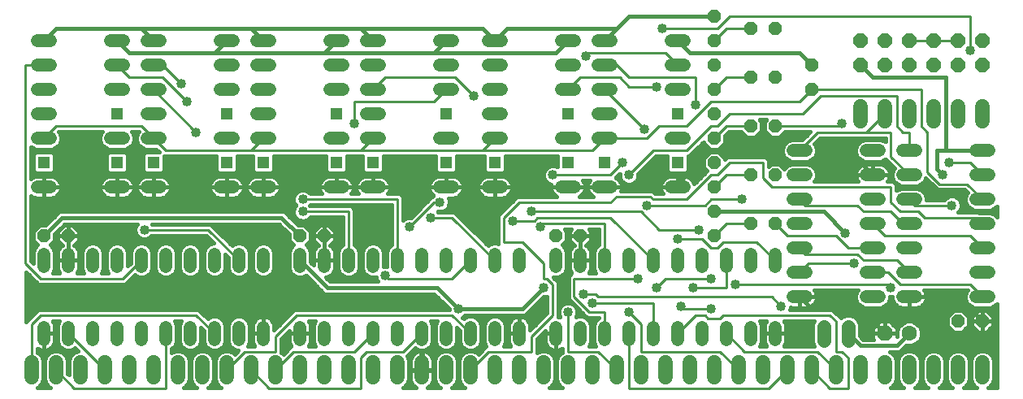
<source format=gbl>
G75*
%MOIN*%
%OFA0B0*%
%FSLAX24Y24*%
%IPPOS*%
%LPD*%
%AMOC8*
5,1,8,0,0,1.08239X$1,22.5*
%
%ADD10C,0.0600*%
%ADD11OC8,0.0600*%
%ADD12OC8,0.0520*%
%ADD13C,0.0520*%
%ADD14R,0.0515X0.0515*%
%ADD15C,0.0560*%
%ADD16OC8,0.0630*%
%ADD17C,0.0630*%
%ADD18C,0.0160*%
%ADD19C,0.0400*%
%ADD20C,0.0100*%
D10*
X000680Y000880D02*
X000680Y001480D01*
X001680Y001480D02*
X001680Y000880D01*
X002680Y000880D02*
X002680Y001480D01*
X003680Y001480D02*
X003680Y000880D01*
X004680Y000880D02*
X004680Y001480D01*
X005680Y001480D02*
X005680Y000880D01*
X006680Y000880D02*
X006680Y001480D01*
X007680Y001480D02*
X007680Y000880D01*
X008680Y000880D02*
X008680Y001480D01*
X009680Y001480D02*
X009680Y000880D01*
X010680Y000880D02*
X010680Y001480D01*
X011680Y001480D02*
X011680Y000880D01*
X012680Y000880D02*
X012680Y001480D01*
X013680Y001480D02*
X013680Y000880D01*
X014680Y000880D02*
X014680Y001480D01*
X015680Y001480D02*
X015680Y000880D01*
X016680Y000880D02*
X016680Y001480D01*
X017680Y001480D02*
X017680Y000880D01*
X018680Y000880D02*
X018680Y001480D01*
X019680Y001480D02*
X019680Y000880D01*
X020680Y000880D02*
X020680Y001480D01*
X021680Y001480D02*
X021680Y000880D01*
X022680Y000880D02*
X022680Y001480D01*
X023680Y001480D02*
X023680Y000880D01*
X024680Y000880D02*
X024680Y001480D01*
X025680Y001480D02*
X025680Y000880D01*
X026680Y000880D02*
X026680Y001480D01*
X027680Y001480D02*
X027680Y000880D01*
X028680Y000880D02*
X028680Y001480D01*
X029680Y001480D02*
X029680Y000880D01*
X030680Y000880D02*
X030680Y001480D01*
X031680Y001480D02*
X031680Y000880D01*
X032680Y000880D02*
X032680Y001480D01*
X033680Y001480D02*
X033680Y000880D01*
X034680Y000880D02*
X034680Y001480D01*
X035680Y001480D02*
X035680Y000880D01*
X036680Y000880D02*
X036680Y001480D01*
X037680Y001480D02*
X037680Y000880D01*
X038680Y000880D02*
X038680Y001480D01*
X039680Y001480D02*
X039680Y000880D01*
X039680Y011380D02*
X039680Y011980D01*
X038680Y011980D02*
X038680Y011380D01*
X037680Y011380D02*
X037680Y011980D01*
X036680Y011980D02*
X036680Y011380D01*
X035680Y011380D02*
X035680Y011980D01*
X034680Y011980D02*
X034680Y011380D01*
D11*
X034680Y013680D03*
X035680Y013680D03*
X036680Y013680D03*
X037680Y013680D03*
X038680Y013680D03*
X039680Y013680D03*
X039680Y014680D03*
X038680Y014680D03*
X037680Y014680D03*
X036680Y014680D03*
X035680Y014680D03*
X034680Y014680D03*
D12*
X032680Y013680D03*
X031180Y013180D03*
X030180Y013180D03*
X028680Y012680D03*
X028680Y011680D03*
X030180Y011180D03*
X031180Y011180D03*
X028680Y010680D03*
X028680Y009680D03*
X030180Y009180D03*
X031180Y009180D03*
X028680Y008680D03*
X028680Y007680D03*
X030180Y007180D03*
X031180Y007180D03*
X028680Y006680D03*
X023180Y006680D03*
X022180Y006680D03*
X012680Y006680D03*
X011680Y006680D03*
X002180Y006680D03*
X001180Y006680D03*
X028680Y013680D03*
X028680Y014680D03*
X030180Y015180D03*
X031180Y015180D03*
X028680Y015680D03*
X032680Y012680D03*
X038680Y003180D03*
X039680Y003180D03*
D13*
X039420Y004180D02*
X039940Y004180D01*
X039940Y005180D02*
X039420Y005180D01*
X039420Y006180D02*
X039940Y006180D01*
X039940Y007180D02*
X039420Y007180D01*
X036940Y007180D02*
X036420Y007180D01*
X035440Y007180D02*
X034920Y007180D01*
X034920Y006180D02*
X035440Y006180D01*
X036420Y006180D02*
X036940Y006180D01*
X036940Y005180D02*
X036420Y005180D01*
X035440Y005180D02*
X034920Y005180D01*
X034920Y004180D02*
X035440Y004180D01*
X036420Y004180D02*
X036940Y004180D01*
X032440Y004180D02*
X031920Y004180D01*
X031920Y005180D02*
X032440Y005180D01*
X031180Y005420D02*
X031180Y005940D01*
X031920Y006180D02*
X032440Y006180D01*
X032440Y007180D02*
X031920Y007180D01*
X031920Y008180D02*
X032440Y008180D01*
X032440Y009180D02*
X031920Y009180D01*
X031920Y010180D02*
X032440Y010180D01*
X034920Y010180D02*
X035440Y010180D01*
X036420Y010180D02*
X036940Y010180D01*
X036940Y009180D02*
X036420Y009180D01*
X035440Y009180D02*
X034920Y009180D01*
X034920Y008180D02*
X035440Y008180D01*
X036420Y008180D02*
X036940Y008180D01*
X039420Y008180D02*
X039940Y008180D01*
X039940Y009180D02*
X039420Y009180D01*
X039420Y010180D02*
X039940Y010180D01*
X030180Y005940D02*
X030180Y005420D01*
X029180Y005420D02*
X029180Y005940D01*
X028180Y005940D02*
X028180Y005420D01*
X027180Y005420D02*
X027180Y005940D01*
X026180Y005940D02*
X026180Y005420D01*
X025180Y005420D02*
X025180Y005940D01*
X024180Y005940D02*
X024180Y005420D01*
X023180Y005420D02*
X023180Y005940D01*
X022180Y005940D02*
X022180Y005420D01*
X020680Y005420D02*
X020680Y005940D01*
X019680Y005940D02*
X019680Y005420D01*
X018680Y005420D02*
X018680Y005940D01*
X017680Y005940D02*
X017680Y005420D01*
X016680Y005420D02*
X016680Y005940D01*
X015680Y005940D02*
X015680Y005420D01*
X014680Y005420D02*
X014680Y005940D01*
X013680Y005940D02*
X013680Y005420D01*
X012680Y005420D02*
X012680Y005940D01*
X011680Y005940D02*
X011680Y005420D01*
X010180Y005420D02*
X010180Y005940D01*
X009180Y005940D02*
X009180Y005420D01*
X008180Y005420D02*
X008180Y005940D01*
X007180Y005940D02*
X007180Y005420D01*
X006180Y005420D02*
X006180Y005940D01*
X005180Y005940D02*
X005180Y005420D01*
X004180Y005420D02*
X004180Y005940D01*
X003180Y005940D02*
X003180Y005420D01*
X002180Y005420D02*
X002180Y005940D01*
X001180Y005940D02*
X001180Y005420D01*
X001180Y002940D02*
X001180Y002420D01*
X002180Y002420D02*
X002180Y002940D01*
X003180Y002940D02*
X003180Y002420D01*
X004180Y002420D02*
X004180Y002940D01*
X005180Y002940D02*
X005180Y002420D01*
X006180Y002420D02*
X006180Y002940D01*
X007180Y002940D02*
X007180Y002420D01*
X008180Y002420D02*
X008180Y002940D01*
X009180Y002940D02*
X009180Y002420D01*
X010180Y002420D02*
X010180Y002940D01*
X011680Y002940D02*
X011680Y002420D01*
X012680Y002420D02*
X012680Y002940D01*
X013680Y002940D02*
X013680Y002420D01*
X014680Y002420D02*
X014680Y002940D01*
X015680Y002940D02*
X015680Y002420D01*
X016680Y002420D02*
X016680Y002940D01*
X017680Y002940D02*
X017680Y002420D01*
X018680Y002420D02*
X018680Y002940D01*
X019680Y002940D02*
X019680Y002420D01*
X020680Y002420D02*
X020680Y002940D01*
X022180Y002940D02*
X022180Y002420D01*
X023180Y002420D02*
X023180Y002940D01*
X024180Y002940D02*
X024180Y002420D01*
X025180Y002420D02*
X025180Y002940D01*
X026180Y002940D02*
X026180Y002420D01*
X027180Y002420D02*
X027180Y002940D01*
X028180Y002940D02*
X028180Y002420D01*
X029180Y002420D02*
X029180Y002940D01*
X030180Y002940D02*
X030180Y002420D01*
X031180Y002420D02*
X031180Y002940D01*
X027440Y008680D02*
X026920Y008680D01*
X024440Y008680D02*
X023920Y008680D01*
X022940Y008680D02*
X022420Y008680D01*
X019940Y008680D02*
X019420Y008680D01*
X017940Y008680D02*
X017420Y008680D01*
X014940Y008680D02*
X014420Y008680D01*
X013440Y008680D02*
X012920Y008680D01*
X010440Y008680D02*
X009920Y008680D01*
X008940Y008680D02*
X008420Y008680D01*
X005940Y008680D02*
X005420Y008680D01*
X004440Y008680D02*
X003920Y008680D01*
X001440Y008680D02*
X000920Y008680D01*
X000920Y010680D02*
X001440Y010680D01*
X001440Y011680D02*
X000920Y011680D01*
X000920Y012680D02*
X001440Y012680D01*
X001440Y013680D02*
X000920Y013680D01*
X000920Y014680D02*
X001440Y014680D01*
X003920Y014680D02*
X004440Y014680D01*
X005420Y014680D02*
X005940Y014680D01*
X005940Y013680D02*
X005420Y013680D01*
X004440Y013680D02*
X003920Y013680D01*
X003920Y012680D02*
X004440Y012680D01*
X005420Y012680D02*
X005940Y012680D01*
X005940Y011680D02*
X005420Y011680D01*
X005420Y010680D02*
X005940Y010680D01*
X004440Y010680D02*
X003920Y010680D01*
X008420Y010680D02*
X008940Y010680D01*
X009920Y010680D02*
X010440Y010680D01*
X010440Y011680D02*
X009920Y011680D01*
X009920Y012680D02*
X010440Y012680D01*
X008940Y012680D02*
X008420Y012680D01*
X008420Y013680D02*
X008940Y013680D01*
X009920Y013680D02*
X010440Y013680D01*
X010440Y014680D02*
X009920Y014680D01*
X008940Y014680D02*
X008420Y014680D01*
X012920Y014680D02*
X013440Y014680D01*
X014420Y014680D02*
X014940Y014680D01*
X014940Y013680D02*
X014420Y013680D01*
X013440Y013680D02*
X012920Y013680D01*
X012920Y012680D02*
X013440Y012680D01*
X014420Y012680D02*
X014940Y012680D01*
X014940Y011680D02*
X014420Y011680D01*
X014420Y010680D02*
X014940Y010680D01*
X013440Y010680D02*
X012920Y010680D01*
X017420Y010680D02*
X017940Y010680D01*
X019420Y010680D02*
X019940Y010680D01*
X019940Y011680D02*
X019420Y011680D01*
X019420Y012680D02*
X019940Y012680D01*
X017940Y012680D02*
X017420Y012680D01*
X017420Y013680D02*
X017940Y013680D01*
X019420Y013680D02*
X019940Y013680D01*
X019940Y014680D02*
X019420Y014680D01*
X017940Y014680D02*
X017420Y014680D01*
X022420Y014680D02*
X022940Y014680D01*
X023920Y014680D02*
X024440Y014680D01*
X024440Y013680D02*
X023920Y013680D01*
X022940Y013680D02*
X022420Y013680D01*
X022420Y012680D02*
X022940Y012680D01*
X023920Y012680D02*
X024440Y012680D01*
X024440Y011680D02*
X023920Y011680D01*
X023920Y010680D02*
X024440Y010680D01*
X022940Y010680D02*
X022420Y010680D01*
X026920Y010680D02*
X027440Y010680D01*
X027440Y012680D02*
X026920Y012680D01*
X026920Y013680D02*
X027440Y013680D01*
X027440Y014680D02*
X026920Y014680D01*
D14*
X027180Y011680D03*
X022680Y011680D03*
X022680Y009680D03*
X024180Y009680D03*
X027180Y009680D03*
X019680Y009680D03*
X017680Y009680D03*
X014680Y009680D03*
X013180Y009680D03*
X010180Y009680D03*
X008680Y009680D03*
X005680Y009680D03*
X004180Y009680D03*
X001180Y009680D03*
X004180Y011680D03*
X008680Y011680D03*
X013180Y011680D03*
X017680Y011680D03*
D15*
X033180Y002960D02*
X033180Y002400D01*
X034180Y002400D02*
X034180Y002960D01*
D16*
X035680Y002680D03*
D17*
X036680Y002680D03*
D18*
X000952Y000473D02*
X000920Y000460D01*
X001440Y000460D01*
X001408Y000473D01*
X001273Y000608D01*
X001200Y000785D01*
X001200Y001575D01*
X001273Y001752D01*
X001408Y001887D01*
X001585Y001960D01*
X001775Y001960D01*
X001952Y001887D01*
X002087Y001752D01*
X002160Y001575D01*
X002160Y001025D01*
X002200Y000985D01*
X002200Y001575D01*
X002273Y001752D01*
X002408Y001887D01*
X002578Y001957D01*
X002458Y002076D01*
X002429Y002047D01*
X002268Y001980D01*
X002092Y001980D01*
X001931Y002047D01*
X001807Y002171D01*
X001740Y002332D01*
X001740Y003028D01*
X001807Y003189D01*
X001818Y003200D01*
X001535Y003200D01*
X001556Y003171D01*
X001588Y003109D01*
X001609Y003043D01*
X001620Y002975D01*
X001620Y002680D01*
X001180Y002680D01*
X001180Y002680D01*
X001620Y002680D01*
X001620Y002385D01*
X001609Y002317D01*
X001588Y002251D01*
X001556Y002189D01*
X001516Y002133D01*
X001467Y002084D01*
X001411Y002044D01*
X001349Y002012D01*
X001283Y001991D01*
X001215Y001980D01*
X001180Y001980D01*
X001180Y002680D01*
X001180Y002680D01*
X001180Y001980D01*
X001145Y001980D01*
X001077Y001991D01*
X001011Y002012D01*
X000949Y002044D01*
X000910Y002072D01*
X000910Y001904D01*
X000952Y001887D01*
X001087Y001752D01*
X001160Y001575D01*
X001160Y000785D01*
X001087Y000608D01*
X000952Y000473D01*
X000976Y000497D02*
X001384Y000497D01*
X001253Y000656D02*
X001107Y000656D01*
X001160Y000814D02*
X001200Y000814D01*
X001200Y000973D02*
X001160Y000973D01*
X001160Y001131D02*
X001200Y001131D01*
X001200Y001290D02*
X001160Y001290D01*
X001160Y001448D02*
X001200Y001448D01*
X001213Y001607D02*
X001147Y001607D01*
X001074Y001765D02*
X001286Y001765D01*
X001496Y001924D02*
X000910Y001924D01*
X001180Y002082D02*
X001180Y002082D01*
X001180Y002241D02*
X001180Y002241D01*
X001180Y002399D02*
X001180Y002399D01*
X001180Y002558D02*
X001180Y002558D01*
X001620Y002558D02*
X001740Y002558D01*
X001740Y002716D02*
X001620Y002716D01*
X001620Y002875D02*
X001740Y002875D01*
X001742Y003033D02*
X001611Y003033D01*
X001541Y003192D02*
X001809Y003192D01*
X000960Y003660D02*
X000585Y003285D01*
X000460Y003160D01*
X000460Y005200D01*
X000960Y004700D01*
X001150Y004700D01*
X004525Y004700D01*
X004660Y004835D01*
X004902Y005076D01*
X004931Y005047D01*
X005092Y004980D01*
X005268Y004980D01*
X005429Y005047D01*
X005553Y005171D01*
X005620Y005332D01*
X005620Y006028D01*
X005553Y006189D01*
X005429Y006313D01*
X005268Y006380D01*
X005092Y006380D01*
X004931Y006313D01*
X004807Y006189D01*
X004740Y006028D01*
X004740Y005565D01*
X004620Y005445D01*
X004620Y006028D01*
X004553Y006189D01*
X004429Y006313D01*
X004268Y006380D01*
X004092Y006380D01*
X003931Y006313D01*
X003807Y006189D01*
X003740Y006028D01*
X003740Y005332D01*
X003807Y005171D01*
X003818Y005160D01*
X003542Y005160D01*
X003553Y005171D01*
X003620Y005332D01*
X003620Y006028D01*
X003553Y006189D01*
X003429Y006313D01*
X003268Y006380D01*
X003092Y006380D01*
X002931Y006313D01*
X002807Y006189D01*
X002740Y006028D01*
X002740Y005332D01*
X002807Y005171D01*
X002818Y005160D01*
X002535Y005160D01*
X002556Y005189D01*
X002588Y005251D01*
X002609Y005317D01*
X002620Y005385D01*
X002620Y005680D01*
X002620Y005975D01*
X002609Y006043D01*
X002588Y006109D01*
X002556Y006171D01*
X002516Y006227D01*
X002467Y006276D01*
X002427Y006305D01*
X002620Y006498D01*
X002620Y006680D01*
X002620Y006862D01*
X002362Y007120D01*
X002180Y007120D01*
X002180Y006680D01*
X002180Y006680D01*
X002620Y006680D01*
X002180Y006680D01*
X002180Y006680D01*
X002180Y005680D01*
X002180Y005680D01*
X002620Y005680D01*
X002180Y005680D01*
X002180Y005680D01*
X002180Y006380D01*
X002180Y006680D01*
X002180Y006680D01*
X002180Y006680D01*
X001740Y006680D01*
X001740Y006862D01*
X001998Y007120D01*
X002180Y007120D01*
X002180Y006680D01*
X001740Y006680D01*
X001740Y006498D01*
X001933Y006305D01*
X001893Y006276D01*
X001844Y006227D01*
X001804Y006171D01*
X001772Y006109D01*
X001751Y006043D01*
X001740Y005975D01*
X001740Y005680D01*
X002180Y005680D01*
X002180Y005680D01*
X001740Y005680D01*
X001740Y005385D01*
X001751Y005317D01*
X001772Y005251D01*
X001804Y005189D01*
X001825Y005160D01*
X001542Y005160D01*
X001553Y005171D01*
X001620Y005332D01*
X001620Y006028D01*
X001553Y006189D01*
X001432Y006310D01*
X001620Y006498D01*
X001620Y006752D01*
X002038Y007170D01*
X005008Y007170D01*
X004983Y007145D01*
X004925Y007006D01*
X004925Y006854D01*
X004983Y006715D01*
X005090Y006608D01*
X005229Y006550D01*
X005381Y006550D01*
X005520Y006608D01*
X005612Y006700D01*
X007835Y006700D01*
X008155Y006380D01*
X008092Y006380D01*
X007931Y006313D01*
X007807Y006189D01*
X007740Y006028D01*
X007740Y005332D01*
X007807Y005171D01*
X007931Y005047D01*
X008092Y004980D01*
X008268Y004980D01*
X008429Y005047D01*
X008553Y005171D01*
X008620Y005332D01*
X008620Y005915D01*
X008740Y005795D01*
X008740Y005332D01*
X008807Y005171D01*
X008931Y005047D01*
X009092Y004980D01*
X009268Y004980D01*
X009429Y005047D01*
X009553Y005171D01*
X009620Y005332D01*
X009620Y006028D01*
X009553Y006189D01*
X009429Y006313D01*
X009268Y006380D01*
X009092Y006380D01*
X008931Y006313D01*
X008902Y006284D01*
X008160Y007025D01*
X008025Y007160D01*
X005612Y007160D01*
X005602Y007170D01*
X010822Y007170D01*
X011240Y006752D01*
X011240Y006498D01*
X011428Y006310D01*
X011307Y006189D01*
X011240Y006028D01*
X011240Y005332D01*
X011307Y005171D01*
X011431Y005047D01*
X011592Y004980D01*
X011768Y004980D01*
X011929Y005047D01*
X011937Y005055D01*
X012658Y004335D01*
X012753Y004295D01*
X017197Y004295D01*
X017800Y003692D01*
X017800Y003660D01*
X011460Y003660D01*
X010620Y002820D01*
X010620Y002975D01*
X010609Y003043D01*
X010588Y003109D01*
X010556Y003171D01*
X010516Y003227D01*
X010467Y003276D01*
X010411Y003316D01*
X010349Y003348D01*
X010283Y003369D01*
X010215Y003380D01*
X010180Y003380D01*
X010180Y002680D01*
X010180Y002680D01*
X010180Y002680D01*
X009740Y002680D01*
X009740Y002975D01*
X009751Y003043D01*
X009772Y003109D01*
X009804Y003171D01*
X009844Y003227D01*
X009893Y003276D01*
X009949Y003316D01*
X010011Y003348D01*
X010077Y003369D01*
X010145Y003380D01*
X010180Y003380D01*
X010180Y002680D01*
X009740Y002680D01*
X009740Y002385D01*
X009751Y002317D01*
X009772Y002251D01*
X009804Y002189D01*
X009825Y002160D01*
X009542Y002160D01*
X009553Y002171D01*
X009620Y002332D01*
X009620Y003028D01*
X009553Y003189D01*
X009429Y003313D01*
X009268Y003380D01*
X009092Y003380D01*
X008931Y003313D01*
X008807Y003189D01*
X008740Y003028D01*
X008740Y002332D01*
X008807Y002171D01*
X008931Y002047D01*
X009092Y001980D01*
X009155Y001980D01*
X009007Y001832D01*
X008952Y001887D01*
X008775Y001960D01*
X008585Y001960D01*
X008408Y001887D01*
X008273Y001752D01*
X008200Y001575D01*
X008200Y000785D01*
X008273Y000608D01*
X008408Y000473D01*
X008440Y000460D01*
X007920Y000460D01*
X007952Y000473D01*
X008087Y000608D01*
X008160Y000785D01*
X008160Y001575D01*
X008087Y001752D01*
X007952Y001887D01*
X007775Y001960D01*
X007585Y001960D01*
X007408Y001887D01*
X007273Y001752D01*
X007200Y001575D01*
X007200Y000785D01*
X007273Y000608D01*
X007408Y000473D01*
X007440Y000460D01*
X006920Y000460D01*
X006952Y000473D01*
X007087Y000608D01*
X007160Y000785D01*
X007160Y001575D01*
X007087Y001752D01*
X006952Y001887D01*
X006775Y001960D01*
X006585Y001960D01*
X006410Y001888D01*
X006410Y002039D01*
X006429Y002047D01*
X006553Y002171D01*
X006620Y002332D01*
X006620Y003028D01*
X006553Y003189D01*
X006542Y003200D01*
X006818Y003200D01*
X006807Y003189D01*
X006740Y003028D01*
X006740Y002332D01*
X006807Y002171D01*
X006931Y002047D01*
X007092Y001980D01*
X007268Y001980D01*
X007429Y002047D01*
X007553Y002171D01*
X007620Y002332D01*
X007620Y002915D01*
X007740Y002795D01*
X007740Y002332D01*
X007807Y002171D01*
X007931Y002047D01*
X008092Y001980D01*
X008268Y001980D01*
X008429Y002047D01*
X008553Y002171D01*
X008620Y002332D01*
X008620Y003028D01*
X008553Y003189D01*
X008429Y003313D01*
X008268Y003380D01*
X008092Y003380D01*
X007931Y003313D01*
X007902Y003284D01*
X007660Y003525D01*
X007525Y003660D01*
X000960Y003660D01*
X000808Y003509D02*
X000460Y003509D01*
X000460Y003667D02*
X017800Y003667D01*
X017667Y003826D02*
X000460Y003826D01*
X000460Y003984D02*
X017508Y003984D01*
X017350Y004143D02*
X000460Y004143D01*
X000460Y004301D02*
X012739Y004301D01*
X012533Y004460D02*
X000460Y004460D01*
X000460Y004618D02*
X012374Y004618D01*
X012216Y004777D02*
X004602Y004777D01*
X004760Y004935D02*
X012057Y004935D01*
X012743Y004985D02*
X012913Y004815D01*
X014883Y004815D01*
X014858Y004840D01*
X014800Y004979D01*
X014800Y004993D01*
X014768Y004980D01*
X014592Y004980D01*
X014431Y005047D01*
X014307Y005171D01*
X014240Y005332D01*
X014240Y006028D01*
X014307Y006189D01*
X014431Y006313D01*
X014592Y006380D01*
X014768Y006380D01*
X014929Y006313D01*
X015053Y006189D01*
X015120Y006028D01*
X015120Y005435D01*
X015240Y005435D01*
X015240Y006028D01*
X015307Y006189D01*
X015431Y006313D01*
X015450Y006321D01*
X015450Y007950D01*
X012112Y007950D01*
X012092Y007930D01*
X012112Y007910D01*
X013775Y007910D01*
X013910Y007775D01*
X013910Y006321D01*
X013929Y006313D01*
X014053Y006189D01*
X014120Y006028D01*
X014120Y005332D01*
X014053Y005171D01*
X013929Y005047D01*
X013768Y004980D01*
X013592Y004980D01*
X013431Y005047D01*
X013307Y005171D01*
X013240Y005332D01*
X013240Y006028D01*
X013307Y006189D01*
X013431Y006313D01*
X013450Y006321D01*
X013450Y007450D01*
X012112Y007450D01*
X012020Y007358D01*
X011881Y007300D01*
X011729Y007300D01*
X011590Y007358D01*
X011483Y007465D01*
X011425Y007604D01*
X011425Y007756D01*
X011483Y007895D01*
X011518Y007930D01*
X011483Y007965D01*
X011425Y008104D01*
X011425Y008256D01*
X011483Y008395D01*
X011590Y008502D01*
X011729Y008560D01*
X011881Y008560D01*
X012020Y008502D01*
X012112Y008410D01*
X012572Y008410D01*
X012544Y008449D01*
X012512Y008511D01*
X012491Y008577D01*
X012480Y008645D01*
X012480Y008680D01*
X013180Y008680D01*
X010180Y008680D01*
X010180Y008680D01*
X010180Y009120D01*
X010475Y009120D01*
X010543Y009109D01*
X010609Y009088D01*
X010671Y009056D01*
X012689Y009056D01*
X012633Y009016D01*
X012584Y008967D01*
X012544Y008911D01*
X012512Y008849D01*
X012491Y008783D01*
X012480Y008715D01*
X012480Y008680D01*
X013180Y008680D01*
X014680Y008680D01*
X017680Y008680D01*
X019680Y008680D01*
X022680Y008680D01*
X024180Y008680D01*
X027055Y008680D01*
X027180Y008680D01*
X027180Y008680D01*
X027180Y009120D01*
X027475Y009120D01*
X027543Y009109D01*
X027609Y009088D01*
X027671Y009056D01*
X028106Y009056D01*
X028264Y009215D02*
X025560Y009215D01*
X025560Y009235D02*
X026275Y009950D01*
X026743Y009950D01*
X026743Y009348D01*
X026848Y009243D01*
X027512Y009243D01*
X027617Y009348D01*
X027617Y009950D01*
X027650Y009950D01*
X027785Y010085D01*
X028240Y010540D01*
X028240Y010498D01*
X028498Y010240D01*
X028862Y010240D01*
X029120Y010498D01*
X029120Y010795D01*
X029275Y010950D01*
X029788Y010950D01*
X029998Y010740D01*
X030362Y010740D01*
X030620Y010998D01*
X030620Y011362D01*
X030532Y011450D01*
X030828Y011450D01*
X030740Y011362D01*
X030740Y010998D01*
X030998Y010740D01*
X031362Y010740D01*
X031572Y010950D01*
X032625Y010950D01*
X032295Y010620D01*
X031832Y010620D01*
X031671Y010553D01*
X031547Y010429D01*
X031480Y010268D01*
X031480Y010092D01*
X031547Y009931D01*
X031671Y009807D01*
X031832Y009740D01*
X032528Y009740D01*
X032689Y009807D01*
X032813Y009931D01*
X032880Y010092D01*
X032880Y010268D01*
X032813Y010429D01*
X032784Y010458D01*
X033025Y010700D01*
X035700Y010700D01*
X035700Y010542D01*
X035689Y010553D01*
X035528Y010620D01*
X034832Y010620D01*
X034671Y010553D01*
X034547Y010429D01*
X034480Y010268D01*
X034480Y010092D01*
X034547Y009931D01*
X034671Y009807D01*
X034832Y009740D01*
X035528Y009740D01*
X035689Y009807D01*
X035708Y009826D01*
X035835Y009700D01*
X036076Y009458D01*
X036047Y009429D01*
X035980Y009268D01*
X035980Y009092D01*
X036047Y008931D01*
X036171Y008807D01*
X036332Y008740D01*
X037028Y008740D01*
X037189Y008807D01*
X037313Y008931D01*
X037362Y009048D01*
X037835Y008575D01*
X038960Y008575D01*
X039076Y008458D01*
X039047Y008429D01*
X038980Y008268D01*
X038980Y008092D01*
X039047Y007931D01*
X039171Y007807D01*
X039332Y007740D01*
X040028Y007740D01*
X040189Y007807D01*
X040270Y007888D01*
X040270Y007472D01*
X040189Y007553D01*
X040028Y007620D01*
X039565Y007620D01*
X039525Y007660D01*
X038697Y007660D01*
X038752Y007715D01*
X038810Y007854D01*
X038810Y008006D01*
X038752Y008145D01*
X038645Y008252D01*
X038506Y008310D01*
X038354Y008310D01*
X038215Y008252D01*
X038123Y008160D01*
X037380Y008160D01*
X037380Y008268D01*
X037313Y008429D01*
X037189Y008553D01*
X037028Y008620D01*
X036332Y008620D01*
X036171Y008553D01*
X036160Y008542D01*
X036160Y008775D01*
X036025Y008910D01*
X035788Y008910D01*
X035816Y008949D01*
X035848Y009011D01*
X035869Y009077D01*
X035880Y009145D01*
X035880Y009180D01*
X035880Y009215D01*
X035869Y009283D01*
X035848Y009349D01*
X035816Y009411D01*
X035776Y009467D01*
X035727Y009516D01*
X035671Y009556D01*
X035609Y009588D01*
X035543Y009609D01*
X035475Y009620D01*
X035180Y009620D01*
X035180Y009180D01*
X034680Y009680D01*
X033680Y009680D01*
X031055Y009680D01*
X030555Y010180D01*
X028555Y010180D01*
X027055Y008680D01*
X027180Y008680D02*
X026480Y008680D01*
X027180Y008680D01*
X027180Y008680D01*
X027180Y009120D01*
X026885Y009120D01*
X026817Y009109D01*
X026751Y009088D01*
X026689Y009056D01*
X025540Y009056D01*
X025560Y009104D02*
X025560Y009235D01*
X025560Y009104D02*
X025502Y008965D01*
X025395Y008858D01*
X025256Y008800D01*
X025104Y008800D01*
X024965Y008858D01*
X024858Y008965D01*
X024800Y009104D01*
X024800Y009225D01*
X024660Y009085D01*
X024645Y009069D01*
X024671Y009056D01*
X024820Y009056D01*
X024776Y008967D02*
X024727Y009016D01*
X024671Y009056D01*
X024776Y008967D02*
X024816Y008911D01*
X024848Y008849D01*
X024869Y008783D01*
X024880Y008715D01*
X024880Y008680D01*
X024180Y008680D01*
X024180Y008680D01*
X024880Y008680D01*
X024880Y008645D01*
X024869Y008577D01*
X024856Y008535D01*
X026150Y008535D01*
X026275Y008410D01*
X026572Y008410D01*
X026544Y008449D01*
X026512Y008511D01*
X026491Y008577D01*
X026480Y008645D01*
X026480Y008680D01*
X026480Y008715D01*
X026491Y008783D01*
X026512Y008849D01*
X026544Y008911D01*
X026584Y008967D01*
X026633Y009016D01*
X026689Y009056D01*
X026537Y008898D02*
X025435Y008898D01*
X024925Y008898D02*
X024823Y008898D01*
X024876Y008739D02*
X026484Y008739D01*
X026490Y008581D02*
X024870Y008581D01*
X024180Y008680D02*
X023480Y008680D01*
X024180Y008680D01*
X024180Y008680D01*
X023689Y008304D02*
X023633Y008344D01*
X023584Y008393D01*
X023544Y008449D01*
X023512Y008511D01*
X023491Y008577D01*
X023480Y008645D01*
X023480Y008680D01*
X023480Y008715D01*
X023491Y008783D01*
X023512Y008849D01*
X023544Y008911D01*
X023572Y008950D01*
X023288Y008950D01*
X023316Y008911D01*
X023348Y008849D01*
X023369Y008783D01*
X023380Y008715D01*
X023380Y008680D01*
X022680Y008680D01*
X022680Y008680D01*
X023380Y008680D01*
X023380Y008645D01*
X023369Y008577D01*
X023348Y008511D01*
X023316Y008449D01*
X023276Y008393D01*
X023227Y008344D01*
X023171Y008304D01*
X023134Y008285D01*
X023726Y008285D01*
X023689Y008304D01*
X023564Y008422D02*
X023296Y008422D01*
X023370Y008581D02*
X023490Y008581D01*
X023484Y008739D02*
X023376Y008739D01*
X023323Y008898D02*
X023537Y008898D01*
X022680Y008680D02*
X022680Y008680D01*
X021980Y008680D01*
X021980Y008715D01*
X021991Y008783D01*
X021996Y008800D01*
X021979Y008800D01*
X021840Y008858D01*
X021733Y008965D01*
X021675Y009104D01*
X021675Y009256D01*
X021733Y009395D01*
X021840Y009502D01*
X021979Y009560D01*
X022131Y009560D01*
X022243Y009514D01*
X022243Y009950D01*
X020117Y009950D01*
X020117Y009348D01*
X020012Y009243D01*
X019348Y009243D01*
X019243Y009348D01*
X019243Y009950D01*
X018117Y009950D01*
X018117Y009348D01*
X018012Y009243D01*
X017348Y009243D01*
X017243Y009348D01*
X017243Y009950D01*
X015117Y009950D01*
X015117Y009348D01*
X015012Y009243D01*
X014348Y009243D01*
X014243Y009348D01*
X014243Y009950D01*
X013617Y009950D01*
X013617Y009348D01*
X013512Y009243D01*
X012848Y009243D01*
X012743Y009348D01*
X012743Y009950D01*
X010617Y009950D01*
X010617Y009348D01*
X010512Y009243D01*
X009848Y009243D01*
X009743Y009348D01*
X009743Y009950D01*
X009117Y009950D01*
X009117Y009348D01*
X009012Y009243D01*
X008348Y009243D01*
X008243Y009348D01*
X008243Y009950D01*
X006117Y009950D01*
X006117Y009348D01*
X006012Y009243D01*
X005348Y009243D01*
X005243Y009348D01*
X005243Y010012D01*
X005348Y010117D01*
X005917Y010117D01*
X005795Y010240D01*
X005332Y010240D01*
X005171Y010307D01*
X005047Y010431D01*
X004980Y010592D01*
X004980Y010768D01*
X005047Y010929D01*
X005068Y010950D01*
X004792Y010950D01*
X004813Y010929D01*
X004880Y010768D01*
X004880Y010592D01*
X004813Y010431D01*
X004689Y010307D01*
X004528Y010240D01*
X003832Y010240D01*
X003671Y010307D01*
X003547Y010431D01*
X003480Y010592D01*
X003480Y010768D01*
X003547Y010929D01*
X003568Y010950D01*
X001792Y010950D01*
X001813Y010929D01*
X001880Y010768D01*
X001880Y010592D01*
X001813Y010431D01*
X001689Y010307D01*
X001528Y010240D01*
X000832Y010240D01*
X000671Y010307D01*
X000660Y010318D01*
X000660Y009035D01*
X000689Y009056D01*
X000660Y009056D01*
X000689Y009056D02*
X000751Y009088D01*
X000817Y009109D01*
X000885Y009120D01*
X001180Y009120D01*
X001180Y008680D01*
X004180Y008680D01*
X005680Y008680D01*
X008680Y008680D01*
X008680Y008680D01*
X008680Y009120D01*
X008975Y009120D01*
X009043Y009109D01*
X009109Y009088D01*
X009171Y009056D01*
X009689Y009056D01*
X009633Y009016D01*
X009584Y008967D01*
X009544Y008911D01*
X009512Y008849D01*
X009491Y008783D01*
X009480Y008715D01*
X009480Y008680D01*
X010180Y008680D01*
X010880Y008680D01*
X010880Y008715D01*
X010869Y008783D01*
X010848Y008849D01*
X010816Y008911D01*
X010776Y008967D01*
X010727Y009016D01*
X010671Y009056D01*
X010823Y008898D02*
X012537Y008898D01*
X012484Y008739D02*
X010876Y008739D01*
X010880Y008680D02*
X010180Y008680D01*
X010180Y008680D01*
X010180Y008240D01*
X010475Y008240D01*
X010543Y008251D01*
X010609Y008272D01*
X010671Y008304D01*
X010727Y008344D01*
X010776Y008393D01*
X010816Y008449D01*
X010848Y008511D01*
X010869Y008577D01*
X010880Y008645D01*
X010880Y008680D01*
X010870Y008581D02*
X012490Y008581D01*
X012564Y008422D02*
X012100Y008422D01*
X011510Y008422D02*
X010796Y008422D01*
X010582Y008264D02*
X011428Y008264D01*
X011425Y008105D02*
X000660Y008105D01*
X000660Y007947D02*
X011501Y007947D01*
X011438Y007788D02*
X000660Y007788D01*
X000660Y007630D02*
X001762Y007630D01*
X001783Y007650D02*
X001710Y007577D01*
X001252Y007120D01*
X000998Y007120D01*
X000740Y006862D01*
X000740Y006498D01*
X000928Y006310D01*
X000807Y006189D01*
X000740Y006028D01*
X000740Y005570D01*
X000660Y005650D01*
X000660Y008325D01*
X000689Y008304D01*
X000751Y008272D01*
X000817Y008251D01*
X000885Y008240D01*
X001180Y008240D01*
X001475Y008240D01*
X001543Y008251D01*
X001609Y008272D01*
X001671Y008304D01*
X001727Y008344D01*
X001776Y008393D01*
X001816Y008449D01*
X001848Y008511D01*
X001869Y008577D01*
X001880Y008645D01*
X001880Y008680D01*
X001880Y008715D01*
X001869Y008783D01*
X001848Y008849D01*
X001816Y008911D01*
X001776Y008967D01*
X001727Y009016D01*
X001671Y009056D01*
X003689Y009056D01*
X003633Y009016D01*
X003584Y008967D01*
X003544Y008911D01*
X003512Y008849D01*
X003491Y008783D01*
X003480Y008715D01*
X003480Y008680D01*
X004180Y008680D01*
X004180Y008680D01*
X004180Y009120D01*
X004475Y009120D01*
X004543Y009109D01*
X004609Y009088D01*
X004671Y009056D01*
X005189Y009056D01*
X005133Y009016D01*
X005084Y008967D01*
X005044Y008911D01*
X005012Y008849D01*
X004991Y008783D01*
X004980Y008715D01*
X004980Y008680D01*
X005680Y008680D01*
X005680Y008680D01*
X005680Y009120D01*
X005975Y009120D01*
X006043Y009109D01*
X006109Y009088D01*
X006171Y009056D01*
X008189Y009056D01*
X008133Y009016D01*
X008084Y008967D01*
X008044Y008911D01*
X008012Y008849D01*
X007991Y008783D01*
X007980Y008715D01*
X007980Y008680D01*
X008680Y008680D01*
X009380Y008680D01*
X009380Y008715D01*
X009369Y008783D01*
X009348Y008849D01*
X009316Y008911D01*
X009276Y008967D01*
X009227Y009016D01*
X009171Y009056D01*
X009323Y008898D02*
X009537Y008898D01*
X009484Y008739D02*
X009376Y008739D01*
X009380Y008680D02*
X008680Y008680D01*
X008680Y008680D01*
X008680Y008240D01*
X008975Y008240D01*
X009043Y008251D01*
X009109Y008272D01*
X009171Y008304D01*
X009227Y008344D01*
X009276Y008393D01*
X009316Y008449D01*
X009348Y008511D01*
X009369Y008577D01*
X009380Y008645D01*
X009380Y008680D01*
X009480Y008680D02*
X009480Y008645D01*
X009491Y008577D01*
X009512Y008511D01*
X009544Y008449D01*
X009584Y008393D01*
X009633Y008344D01*
X009689Y008304D01*
X009751Y008272D01*
X009817Y008251D01*
X009885Y008240D01*
X010180Y008240D01*
X010180Y008680D01*
X010180Y008680D01*
X010180Y008680D01*
X010180Y009120D01*
X009885Y009120D01*
X009817Y009109D01*
X009751Y009088D01*
X009689Y009056D01*
X010180Y009056D02*
X010180Y009056D01*
X010180Y008898D02*
X010180Y008898D01*
X010180Y008739D02*
X010180Y008739D01*
X010180Y008680D02*
X009480Y008680D01*
X009490Y008581D02*
X009370Y008581D01*
X009296Y008422D02*
X009564Y008422D01*
X009778Y008264D02*
X009082Y008264D01*
X008680Y008264D02*
X008680Y008264D01*
X008680Y008240D02*
X008680Y008680D01*
X008680Y008680D01*
X008680Y008680D01*
X008680Y009120D01*
X008385Y009120D01*
X008317Y009109D01*
X008251Y009088D01*
X008189Y009056D01*
X008037Y008898D02*
X006323Y008898D01*
X006316Y008911D02*
X006276Y008967D01*
X006227Y009016D01*
X006171Y009056D01*
X006316Y008911D02*
X006348Y008849D01*
X006369Y008783D01*
X006380Y008715D01*
X006380Y008680D01*
X005680Y008680D01*
X005680Y008680D01*
X005680Y008240D01*
X005975Y008240D01*
X006043Y008251D01*
X006109Y008272D01*
X006171Y008304D01*
X006227Y008344D01*
X006276Y008393D01*
X006316Y008449D01*
X006348Y008511D01*
X006369Y008577D01*
X006380Y008645D01*
X006380Y008680D01*
X005680Y008680D01*
X005680Y008680D01*
X005680Y008680D01*
X005680Y009120D01*
X005385Y009120D01*
X005317Y009109D01*
X005251Y009088D01*
X005189Y009056D01*
X005037Y008898D02*
X004823Y008898D01*
X004816Y008911D02*
X004776Y008967D01*
X004727Y009016D01*
X004671Y009056D01*
X004816Y008911D02*
X004848Y008849D01*
X004869Y008783D01*
X004880Y008715D01*
X004880Y008680D01*
X004180Y008680D01*
X004180Y008680D01*
X004180Y008240D01*
X004475Y008240D01*
X004543Y008251D01*
X004609Y008272D01*
X004671Y008304D01*
X004727Y008344D01*
X004776Y008393D01*
X004816Y008449D01*
X004848Y008511D01*
X004869Y008577D01*
X004880Y008645D01*
X004880Y008680D01*
X004180Y008680D01*
X004180Y008680D01*
X004180Y008680D01*
X004180Y009120D01*
X003885Y009120D01*
X003817Y009109D01*
X003751Y009088D01*
X003689Y009056D01*
X003537Y008898D02*
X001823Y008898D01*
X001876Y008739D02*
X003484Y008739D01*
X003480Y008680D02*
X003480Y008645D01*
X003491Y008577D01*
X003512Y008511D01*
X003544Y008449D01*
X003584Y008393D01*
X003633Y008344D01*
X003689Y008304D01*
X003751Y008272D01*
X003817Y008251D01*
X003885Y008240D01*
X004180Y008240D01*
X004180Y008680D01*
X003480Y008680D01*
X003490Y008581D02*
X001870Y008581D01*
X001880Y008680D02*
X001180Y008680D01*
X001180Y008680D01*
X001880Y008680D01*
X001796Y008422D02*
X003564Y008422D01*
X003778Y008264D02*
X001582Y008264D01*
X001180Y008264D02*
X001180Y008264D01*
X001180Y008240D02*
X001180Y008680D01*
X001180Y008680D01*
X001180Y009120D01*
X001475Y009120D01*
X001543Y009109D01*
X001609Y009088D01*
X001671Y009056D01*
X001512Y009243D02*
X001617Y009348D01*
X001617Y010012D01*
X001512Y010117D01*
X000848Y010117D01*
X000743Y010012D01*
X000743Y009348D01*
X000848Y009243D01*
X001512Y009243D01*
X001617Y009373D02*
X003743Y009373D01*
X003743Y009348D02*
X003848Y009243D01*
X004512Y009243D01*
X004617Y009348D01*
X004617Y010012D01*
X004512Y010117D01*
X003848Y010117D01*
X003743Y010012D01*
X003743Y009348D01*
X003743Y009532D02*
X001617Y009532D01*
X001617Y009690D02*
X003743Y009690D01*
X003743Y009849D02*
X001617Y009849D01*
X001617Y010007D02*
X003743Y010007D01*
X003654Y010324D02*
X001706Y010324D01*
X001834Y010483D02*
X003526Y010483D01*
X003480Y010641D02*
X001880Y010641D01*
X001867Y010800D02*
X003493Y010800D01*
X004706Y010324D02*
X005154Y010324D01*
X005026Y010483D02*
X004834Y010483D01*
X004880Y010641D02*
X004980Y010641D01*
X004993Y010800D02*
X004867Y010800D01*
X005869Y010166D02*
X000660Y010166D01*
X000660Y010007D02*
X000743Y010007D01*
X000743Y009849D02*
X000660Y009849D01*
X000660Y009690D02*
X000743Y009690D01*
X000743Y009532D02*
X000660Y009532D01*
X000660Y009373D02*
X000743Y009373D01*
X000660Y009215D02*
X021675Y009215D01*
X021695Y009056D02*
X020171Y009056D01*
X020109Y009088D01*
X020043Y009109D01*
X019975Y009120D01*
X019680Y009120D01*
X019680Y008680D01*
X019680Y008680D01*
X020380Y008680D01*
X020380Y008715D01*
X020369Y008783D01*
X020348Y008849D01*
X020316Y008911D01*
X020276Y008967D01*
X020227Y009016D01*
X020171Y009056D01*
X020323Y008898D02*
X021800Y008898D01*
X021984Y008739D02*
X020376Y008739D01*
X020380Y008680D02*
X019680Y008680D01*
X019680Y008680D01*
X019680Y008240D01*
X019975Y008240D01*
X020043Y008251D01*
X020109Y008272D01*
X020171Y008304D01*
X020227Y008344D01*
X020276Y008393D01*
X020316Y008449D01*
X020348Y008511D01*
X020369Y008577D01*
X020380Y008645D01*
X020380Y008680D01*
X020370Y008581D02*
X021990Y008581D01*
X021991Y008577D02*
X022012Y008511D01*
X022044Y008449D01*
X022084Y008393D01*
X022133Y008344D01*
X022189Y008304D01*
X022226Y008285D01*
X020585Y008285D01*
X019825Y007525D01*
X019825Y006356D01*
X019768Y006380D01*
X019592Y006380D01*
X019431Y006313D01*
X019402Y006284D01*
X018160Y007525D01*
X018025Y007660D01*
X017362Y007660D01*
X017342Y007680D01*
X017354Y007675D01*
X017506Y007675D01*
X017645Y007733D01*
X017752Y007840D01*
X017810Y007979D01*
X017810Y008131D01*
X017765Y008240D01*
X017975Y008240D01*
X018043Y008251D01*
X018109Y008272D01*
X018171Y008304D01*
X018227Y008344D01*
X018276Y008393D01*
X018316Y008449D01*
X018348Y008511D01*
X018369Y008577D01*
X018380Y008645D01*
X018380Y008680D01*
X018380Y008715D01*
X018369Y008783D01*
X018348Y008849D01*
X018316Y008911D01*
X018276Y008967D01*
X018227Y009016D01*
X018171Y009056D01*
X019189Y009056D01*
X019133Y009016D01*
X019084Y008967D01*
X019044Y008911D01*
X019012Y008849D01*
X018991Y008783D01*
X018980Y008715D01*
X018980Y008680D01*
X019680Y008680D01*
X019680Y008680D01*
X019680Y008680D01*
X019680Y009120D01*
X019385Y009120D01*
X019317Y009109D01*
X019251Y009088D01*
X019189Y009056D01*
X019037Y008898D02*
X018323Y008898D01*
X018376Y008739D02*
X018984Y008739D01*
X018980Y008680D02*
X018980Y008645D01*
X018991Y008577D01*
X019012Y008511D01*
X019044Y008449D01*
X019084Y008393D01*
X019133Y008344D01*
X019189Y008304D01*
X019251Y008272D01*
X019317Y008251D01*
X019385Y008240D01*
X019680Y008240D01*
X019680Y008680D01*
X018980Y008680D01*
X018990Y008581D02*
X018370Y008581D01*
X018380Y008680D02*
X017680Y008680D01*
X017680Y008680D01*
X017680Y009120D01*
X017975Y009120D01*
X018043Y009109D01*
X018109Y009088D01*
X018171Y009056D01*
X017680Y009056D02*
X017680Y009056D01*
X017680Y009120D02*
X017385Y009120D01*
X017317Y009109D01*
X017251Y009088D01*
X017189Y009056D01*
X015171Y009056D01*
X015109Y009088D01*
X015043Y009109D01*
X014975Y009120D01*
X014680Y009120D01*
X014680Y008680D01*
X014680Y008680D01*
X015380Y008680D01*
X015380Y008715D01*
X015369Y008783D01*
X015348Y008849D01*
X015316Y008911D01*
X015276Y008967D01*
X015227Y009016D01*
X015171Y009056D01*
X015323Y008898D02*
X017037Y008898D01*
X017044Y008911D02*
X017012Y008849D01*
X016991Y008783D01*
X016980Y008715D01*
X016980Y008680D01*
X017680Y008680D01*
X018380Y008680D01*
X017680Y008680D02*
X017680Y008680D01*
X017680Y008680D01*
X017680Y009120D01*
X017680Y008898D02*
X017680Y008898D01*
X017680Y008739D02*
X017680Y008739D01*
X017680Y008680D02*
X016980Y008680D01*
X016980Y008645D01*
X016991Y008577D01*
X017012Y008511D01*
X017044Y008449D01*
X017084Y008393D01*
X017133Y008344D01*
X017162Y008324D01*
X017123Y008285D01*
X017085Y008285D01*
X016950Y008150D01*
X016235Y007435D01*
X016104Y007435D01*
X015965Y007377D01*
X015910Y007322D01*
X015910Y008275D01*
X015775Y008410D01*
X015288Y008410D01*
X015316Y008449D01*
X015348Y008511D01*
X015369Y008577D01*
X015380Y008645D01*
X015380Y008680D01*
X014680Y008680D01*
X014680Y008680D01*
X014680Y008680D01*
X013980Y008680D01*
X013980Y008715D01*
X013991Y008783D01*
X014012Y008849D01*
X014044Y008911D01*
X014084Y008967D01*
X014133Y009016D01*
X014189Y009056D01*
X013671Y009056D01*
X013609Y009088D01*
X013543Y009109D01*
X013475Y009120D01*
X013180Y009120D01*
X013180Y008680D01*
X013180Y008680D01*
X013880Y008680D01*
X013880Y008715D01*
X013869Y008783D01*
X013848Y008849D01*
X013816Y008911D01*
X013776Y008967D01*
X013727Y009016D01*
X013671Y009056D01*
X013823Y008898D02*
X014037Y008898D01*
X013984Y008739D02*
X013876Y008739D01*
X013880Y008680D02*
X013180Y008680D01*
X013180Y008680D01*
X013180Y008680D01*
X013180Y009120D01*
X012885Y009120D01*
X012817Y009109D01*
X012751Y009088D01*
X012689Y009056D01*
X013180Y009056D02*
X013180Y009056D01*
X013180Y008898D02*
X013180Y008898D01*
X013180Y008739D02*
X013180Y008739D01*
X013816Y008449D02*
X013848Y008511D01*
X013869Y008577D01*
X013880Y008645D01*
X013880Y008680D01*
X013980Y008680D02*
X013980Y008645D01*
X013991Y008577D01*
X014012Y008511D01*
X014044Y008449D01*
X014072Y008410D01*
X013788Y008410D01*
X013816Y008449D01*
X013796Y008422D02*
X014064Y008422D01*
X013990Y008581D02*
X013870Y008581D01*
X013980Y008680D02*
X014680Y008680D01*
X014680Y009120D01*
X014385Y009120D01*
X014317Y009109D01*
X014251Y009088D01*
X014189Y009056D01*
X014680Y009056D02*
X014680Y009056D01*
X014680Y008898D02*
X014680Y008898D01*
X014680Y008739D02*
X014680Y008739D01*
X015296Y008422D02*
X017064Y008422D01*
X017063Y008264D02*
X015910Y008264D01*
X015910Y008105D02*
X016905Y008105D01*
X016746Y007947D02*
X015910Y007947D01*
X015910Y007788D02*
X016588Y007788D01*
X016429Y007630D02*
X015910Y007630D01*
X015910Y007471D02*
X016271Y007471D01*
X015450Y007471D02*
X013910Y007471D01*
X013910Y007313D02*
X015450Y007313D01*
X015450Y007154D02*
X013910Y007154D01*
X013910Y006996D02*
X015450Y006996D01*
X015450Y006837D02*
X013910Y006837D01*
X013910Y006679D02*
X015450Y006679D01*
X015450Y006520D02*
X013910Y006520D01*
X013910Y006362D02*
X014548Y006362D01*
X014812Y006362D02*
X015450Y006362D01*
X015321Y006203D02*
X015039Y006203D01*
X015113Y006045D02*
X015247Y006045D01*
X015240Y005886D02*
X015120Y005886D01*
X015120Y005728D02*
X015240Y005728D01*
X015240Y005569D02*
X015120Y005569D01*
X014384Y005094D02*
X013976Y005094D01*
X014087Y005252D02*
X014273Y005252D01*
X014240Y005411D02*
X014120Y005411D01*
X014120Y005569D02*
X014240Y005569D01*
X014240Y005728D02*
X014120Y005728D01*
X014120Y005886D02*
X014240Y005886D01*
X014247Y006045D02*
X014113Y006045D01*
X014039Y006203D02*
X014321Y006203D01*
X013450Y006362D02*
X012984Y006362D01*
X012927Y006305D02*
X013120Y006498D01*
X013120Y006680D01*
X013120Y006862D01*
X012862Y007120D01*
X012680Y007120D01*
X012680Y006680D01*
X012680Y006680D01*
X013120Y006680D01*
X012680Y006680D01*
X012680Y006680D01*
X012680Y005680D01*
X012680Y005680D01*
X013120Y005680D01*
X013120Y005975D01*
X013109Y006043D01*
X013088Y006109D01*
X013056Y006171D01*
X013016Y006227D01*
X012967Y006276D01*
X012927Y006305D01*
X013033Y006203D02*
X013321Y006203D01*
X013247Y006045D02*
X013109Y006045D01*
X013120Y005886D02*
X013240Y005886D01*
X013240Y005728D02*
X013120Y005728D01*
X013120Y005680D02*
X012680Y005680D01*
X012680Y005680D01*
X012680Y006380D01*
X012680Y006680D01*
X012680Y006680D01*
X012680Y006680D01*
X012240Y006680D01*
X012240Y006862D01*
X012498Y007120D01*
X012680Y007120D01*
X012680Y006680D01*
X012240Y006680D01*
X012240Y006498D01*
X012433Y006305D01*
X012393Y006276D01*
X012344Y006227D01*
X012304Y006171D01*
X012272Y006109D01*
X012251Y006043D01*
X012240Y005975D01*
X012240Y005680D01*
X012680Y005680D01*
X012680Y005680D01*
X012240Y005680D01*
X012240Y005488D01*
X012120Y005608D01*
X012120Y006028D01*
X012053Y006189D01*
X011932Y006310D01*
X012120Y006498D01*
X012120Y006862D01*
X011862Y007120D01*
X011608Y007120D01*
X011077Y007650D01*
X010982Y007690D01*
X001878Y007690D01*
X001783Y007650D01*
X001603Y007471D02*
X000660Y007471D01*
X000660Y007313D02*
X001445Y007313D01*
X001286Y007154D02*
X000660Y007154D01*
X000660Y006996D02*
X000873Y006996D01*
X000740Y006837D02*
X000660Y006837D01*
X000660Y006679D02*
X000740Y006679D01*
X000740Y006520D02*
X000660Y006520D01*
X000660Y006362D02*
X000876Y006362D01*
X000821Y006203D02*
X000660Y006203D01*
X000660Y006045D02*
X000747Y006045D01*
X000740Y005886D02*
X000660Y005886D01*
X000660Y005728D02*
X000740Y005728D01*
X001620Y005728D02*
X001740Y005728D01*
X001740Y005886D02*
X001620Y005886D01*
X001613Y006045D02*
X001751Y006045D01*
X001827Y006203D02*
X001539Y006203D01*
X001484Y006362D02*
X001876Y006362D01*
X001740Y006520D02*
X001620Y006520D01*
X001620Y006679D02*
X001740Y006679D01*
X001740Y006837D02*
X001705Y006837D01*
X001863Y006996D02*
X001873Y006996D01*
X002022Y007154D02*
X004992Y007154D01*
X004925Y006996D02*
X002487Y006996D01*
X002620Y006837D02*
X004932Y006837D01*
X005019Y006679D02*
X002620Y006679D01*
X002620Y006520D02*
X008015Y006520D01*
X008048Y006362D02*
X007312Y006362D01*
X007268Y006380D02*
X007092Y006380D01*
X006931Y006313D01*
X006807Y006189D01*
X006740Y006028D01*
X006740Y005332D01*
X006807Y005171D01*
X006931Y005047D01*
X007092Y004980D01*
X007268Y004980D01*
X007429Y005047D01*
X007553Y005171D01*
X007620Y005332D01*
X007620Y006028D01*
X007553Y006189D01*
X007429Y006313D01*
X007268Y006380D01*
X007048Y006362D02*
X006312Y006362D01*
X006268Y006380D02*
X006092Y006380D01*
X005931Y006313D01*
X005807Y006189D01*
X005740Y006028D01*
X005740Y005332D01*
X005807Y005171D01*
X005931Y005047D01*
X006092Y004980D01*
X006268Y004980D01*
X006429Y005047D01*
X006553Y005171D01*
X006620Y005332D01*
X006620Y006028D01*
X006553Y006189D01*
X006429Y006313D01*
X006268Y006380D01*
X006048Y006362D02*
X005312Y006362D01*
X005048Y006362D02*
X004312Y006362D01*
X004048Y006362D02*
X003312Y006362D01*
X003048Y006362D02*
X002484Y006362D01*
X002533Y006203D02*
X002821Y006203D01*
X002747Y006045D02*
X002609Y006045D01*
X002620Y005886D02*
X002740Y005886D01*
X002740Y005728D02*
X002620Y005728D01*
X002620Y005569D02*
X002740Y005569D01*
X002740Y005411D02*
X002620Y005411D01*
X002588Y005252D02*
X002773Y005252D01*
X003587Y005252D02*
X003773Y005252D01*
X003740Y005411D02*
X003620Y005411D01*
X003620Y005569D02*
X003740Y005569D01*
X003740Y005728D02*
X003620Y005728D01*
X003620Y005886D02*
X003740Y005886D01*
X003747Y006045D02*
X003613Y006045D01*
X003539Y006203D02*
X003821Y006203D01*
X004539Y006203D02*
X004821Y006203D01*
X004747Y006045D02*
X004613Y006045D01*
X004620Y005886D02*
X004740Y005886D01*
X004740Y005728D02*
X004620Y005728D01*
X004620Y005569D02*
X004740Y005569D01*
X005620Y005569D02*
X005740Y005569D01*
X005740Y005411D02*
X005620Y005411D01*
X005587Y005252D02*
X005773Y005252D01*
X005884Y005094D02*
X005476Y005094D01*
X006476Y005094D02*
X006884Y005094D01*
X006773Y005252D02*
X006587Y005252D01*
X006620Y005411D02*
X006740Y005411D01*
X006740Y005569D02*
X006620Y005569D01*
X006620Y005728D02*
X006740Y005728D01*
X006740Y005886D02*
X006620Y005886D01*
X006613Y006045D02*
X006747Y006045D01*
X006821Y006203D02*
X006539Y006203D01*
X005821Y006203D02*
X005539Y006203D01*
X005613Y006045D02*
X005747Y006045D01*
X005740Y005886D02*
X005620Y005886D01*
X005620Y005728D02*
X005740Y005728D01*
X007476Y005094D02*
X007884Y005094D01*
X007773Y005252D02*
X007587Y005252D01*
X007620Y005411D02*
X007740Y005411D01*
X007740Y005569D02*
X007620Y005569D01*
X007620Y005728D02*
X007740Y005728D01*
X007740Y005886D02*
X007620Y005886D01*
X007613Y006045D02*
X007747Y006045D01*
X007821Y006203D02*
X007539Y006203D01*
X007856Y006679D02*
X005591Y006679D01*
X008031Y007154D02*
X010838Y007154D01*
X010997Y006996D02*
X008190Y006996D01*
X008348Y006837D02*
X011155Y006837D01*
X011240Y006679D02*
X008507Y006679D01*
X008665Y006520D02*
X011240Y006520D01*
X011376Y006362D02*
X010312Y006362D01*
X010268Y006380D02*
X010092Y006380D01*
X009931Y006313D01*
X009807Y006189D01*
X009740Y006028D01*
X009740Y005332D01*
X009807Y005171D01*
X009931Y005047D01*
X010092Y004980D01*
X010268Y004980D01*
X010429Y005047D01*
X010553Y005171D01*
X010620Y005332D01*
X010620Y006028D01*
X010553Y006189D01*
X010429Y006313D01*
X010268Y006380D01*
X010048Y006362D02*
X009312Y006362D01*
X009048Y006362D02*
X008824Y006362D01*
X009539Y006203D02*
X009821Y006203D01*
X009747Y006045D02*
X009613Y006045D01*
X009620Y005886D02*
X009740Y005886D01*
X009740Y005728D02*
X009620Y005728D01*
X009620Y005569D02*
X009740Y005569D01*
X009740Y005411D02*
X009620Y005411D01*
X009587Y005252D02*
X009773Y005252D01*
X009884Y005094D02*
X009476Y005094D01*
X008884Y005094D02*
X008476Y005094D01*
X008587Y005252D02*
X008773Y005252D01*
X008740Y005411D02*
X008620Y005411D01*
X008620Y005569D02*
X008740Y005569D01*
X008740Y005728D02*
X008620Y005728D01*
X008620Y005886D02*
X008649Y005886D01*
X010539Y006203D02*
X011321Y006203D01*
X011247Y006045D02*
X010613Y006045D01*
X010620Y005886D02*
X011240Y005886D01*
X011240Y005728D02*
X010620Y005728D01*
X010620Y005569D02*
X011240Y005569D01*
X011240Y005411D02*
X010620Y005411D01*
X010587Y005252D02*
X011273Y005252D01*
X011384Y005094D02*
X010476Y005094D01*
X011680Y005680D02*
X012805Y004555D01*
X017305Y004555D01*
X018180Y003680D01*
X020805Y003680D01*
X021680Y004555D01*
X022285Y004618D02*
X022700Y004618D01*
X022700Y004460D02*
X022285Y004460D01*
X022285Y004301D02*
X022700Y004301D01*
X022700Y004143D02*
X022285Y004143D01*
X022285Y003984D02*
X022801Y003984D01*
X022835Y003950D02*
X023460Y003325D01*
X023950Y003325D01*
X023950Y003321D01*
X023931Y003313D01*
X023807Y003189D01*
X023740Y003028D01*
X023740Y002332D01*
X023807Y002171D01*
X023818Y002160D01*
X023542Y002160D01*
X023553Y002171D01*
X023620Y002332D01*
X023620Y003028D01*
X023553Y003189D01*
X023429Y003313D01*
X023268Y003380D01*
X023092Y003380D01*
X023004Y003343D01*
X023060Y003479D01*
X023060Y003631D01*
X023002Y003770D01*
X022895Y003877D01*
X022756Y003935D01*
X022604Y003935D01*
X022465Y003877D01*
X022358Y003770D01*
X022300Y003631D01*
X022300Y003479D01*
X022356Y003344D01*
X022349Y003348D01*
X022285Y003369D01*
X022285Y004775D01*
X022150Y004910D01*
X022072Y004989D01*
X022092Y004980D01*
X022268Y004980D01*
X022429Y005047D01*
X022553Y005171D01*
X022620Y005332D01*
X022620Y006028D01*
X022553Y006189D01*
X022432Y006310D01*
X022620Y006498D01*
X022620Y006862D01*
X022532Y006950D01*
X022828Y006950D01*
X022740Y006862D01*
X022740Y006680D01*
X023180Y006680D01*
X023620Y006680D01*
X023620Y006862D01*
X023532Y006950D01*
X023950Y006950D01*
X023950Y006321D01*
X023931Y006313D01*
X023807Y006189D01*
X023740Y006028D01*
X023740Y005332D01*
X023807Y005171D01*
X023818Y005160D01*
X023535Y005160D01*
X023556Y005189D01*
X023588Y005251D01*
X023609Y005317D01*
X023620Y005385D01*
X023620Y005680D01*
X023620Y005975D01*
X023609Y006043D01*
X023588Y006109D01*
X023556Y006171D01*
X023516Y006227D01*
X023467Y006276D01*
X023427Y006305D01*
X023620Y006498D01*
X023620Y006680D01*
X023180Y006680D01*
X023180Y006680D01*
X023180Y006680D01*
X023180Y005680D01*
X023620Y005680D01*
X023180Y005680D01*
X023180Y005680D01*
X023180Y005680D01*
X023180Y005680D01*
X022740Y005680D01*
X022740Y005975D01*
X022751Y006043D01*
X022772Y006109D01*
X022804Y006171D01*
X022844Y006227D01*
X022893Y006276D01*
X022933Y006305D01*
X022740Y006498D01*
X022740Y006680D01*
X023180Y006680D01*
X023180Y006680D01*
X023180Y006240D01*
X023180Y005680D01*
X022740Y005680D01*
X022740Y005385D01*
X022751Y005317D01*
X022772Y005251D01*
X022804Y005189D01*
X022829Y005154D01*
X022700Y005025D01*
X022700Y004085D01*
X022835Y003950D01*
X022947Y003826D02*
X022959Y003826D01*
X023045Y003667D02*
X023118Y003667D01*
X023060Y003509D02*
X023276Y003509D01*
X023340Y003350D02*
X023435Y003350D01*
X023551Y003192D02*
X023809Y003192D01*
X023742Y003033D02*
X023618Y003033D01*
X023620Y002875D02*
X023740Y002875D01*
X023740Y002716D02*
X023620Y002716D01*
X023620Y002558D02*
X023740Y002558D01*
X023740Y002399D02*
X023620Y002399D01*
X023582Y002241D02*
X023778Y002241D01*
X022450Y002072D02*
X022450Y001904D01*
X022408Y001887D01*
X022273Y001752D01*
X022200Y001575D01*
X022200Y000785D01*
X022273Y000608D01*
X022408Y000473D01*
X022440Y000460D01*
X021920Y000460D01*
X021952Y000473D01*
X022087Y000608D01*
X022160Y000785D01*
X022160Y001575D01*
X022087Y001752D01*
X021952Y001887D01*
X021775Y001960D01*
X021585Y001960D01*
X021410Y001888D01*
X021410Y002460D01*
X021740Y002790D01*
X021740Y002680D01*
X022180Y002680D01*
X022180Y001980D01*
X022215Y001980D01*
X022283Y001991D01*
X022349Y002012D01*
X022411Y002044D01*
X022450Y002072D01*
X022450Y001924D02*
X021864Y001924D01*
X021949Y002044D02*
X022011Y002012D01*
X022077Y001991D01*
X022145Y001980D01*
X022180Y001980D01*
X022180Y002680D01*
X022180Y002680D01*
X022180Y002680D01*
X021740Y002680D01*
X021740Y002385D01*
X021751Y002317D01*
X021772Y002251D01*
X021804Y002189D01*
X021844Y002133D01*
X021893Y002084D01*
X021949Y002044D01*
X021897Y002082D02*
X021410Y002082D01*
X021410Y001924D02*
X021496Y001924D01*
X021410Y002241D02*
X021778Y002241D01*
X021740Y002399D02*
X021410Y002399D01*
X021508Y002558D02*
X021740Y002558D01*
X021740Y002716D02*
X021666Y002716D01*
X022180Y002558D02*
X022180Y002558D01*
X022180Y002399D02*
X022180Y002399D01*
X022180Y002241D02*
X022180Y002241D01*
X022180Y002082D02*
X022180Y002082D01*
X022074Y001765D02*
X022286Y001765D01*
X022213Y001607D02*
X022147Y001607D01*
X022160Y001448D02*
X022200Y001448D01*
X022200Y001290D02*
X022160Y001290D01*
X022160Y001131D02*
X022200Y001131D01*
X022200Y000973D02*
X022160Y000973D01*
X022160Y000814D02*
X022200Y000814D01*
X022253Y000656D02*
X022107Y000656D01*
X021976Y000497D02*
X022384Y000497D01*
X019326Y002152D02*
X019007Y001832D01*
X018952Y001887D01*
X018775Y001960D01*
X018585Y001960D01*
X018408Y001887D01*
X018273Y001752D01*
X018200Y001575D01*
X018200Y000785D01*
X018273Y000608D01*
X018408Y000473D01*
X018440Y000460D01*
X017920Y000460D01*
X017952Y000473D01*
X018087Y000608D01*
X018160Y000785D01*
X018160Y001575D01*
X018087Y001752D01*
X017952Y001887D01*
X017775Y001960D01*
X017585Y001960D01*
X017408Y001887D01*
X017273Y001752D01*
X017200Y001575D01*
X017200Y000785D01*
X017273Y000608D01*
X017408Y000473D01*
X017440Y000460D01*
X016913Y000460D01*
X016932Y000469D01*
X016993Y000514D01*
X017046Y000567D01*
X017091Y000628D01*
X017125Y000696D01*
X017148Y000768D01*
X017160Y000842D01*
X017160Y001160D01*
X016700Y001160D01*
X016700Y001200D01*
X016660Y001200D01*
X016660Y001960D01*
X016642Y001960D01*
X016568Y001948D01*
X016496Y001925D01*
X016428Y001891D01*
X016367Y001846D01*
X016314Y001793D01*
X016269Y001732D01*
X016235Y001664D01*
X016212Y001592D01*
X016200Y001518D01*
X016200Y001200D01*
X016660Y001200D01*
X016660Y001160D01*
X016200Y001160D01*
X016200Y000842D01*
X016212Y000768D01*
X016235Y000696D01*
X016269Y000628D01*
X016314Y000567D01*
X016367Y000514D01*
X016428Y000469D01*
X016447Y000460D01*
X015920Y000460D01*
X015952Y000473D01*
X016087Y000608D01*
X016160Y000785D01*
X016160Y001575D01*
X016087Y001752D01*
X016082Y001757D01*
X016160Y001835D01*
X016402Y002076D01*
X016431Y002047D01*
X016592Y001980D01*
X016768Y001980D01*
X016929Y002047D01*
X017053Y002171D01*
X017120Y002332D01*
X017120Y003028D01*
X017053Y003189D01*
X017042Y003200D01*
X017318Y003200D01*
X017307Y003189D01*
X017240Y003028D01*
X017240Y002332D01*
X017307Y002171D01*
X017431Y002047D01*
X017592Y001980D01*
X017768Y001980D01*
X017929Y002047D01*
X018053Y002171D01*
X018120Y002332D01*
X018120Y002915D01*
X018240Y002795D01*
X018240Y002332D01*
X018307Y002171D01*
X018431Y002047D01*
X018592Y001980D01*
X018768Y001980D01*
X018929Y002047D01*
X019053Y002171D01*
X019120Y002332D01*
X019120Y003028D01*
X019053Y003189D01*
X018929Y003313D01*
X018768Y003380D01*
X018592Y003380D01*
X018431Y003313D01*
X018402Y003284D01*
X018347Y003338D01*
X018395Y003358D01*
X018457Y003420D01*
X020857Y003420D01*
X020952Y003460D01*
X021025Y003533D01*
X021668Y004175D01*
X021756Y004175D01*
X021825Y004204D01*
X021825Y003525D01*
X021120Y002820D01*
X021120Y002975D01*
X021109Y003043D01*
X021088Y003109D01*
X021056Y003171D01*
X021016Y003227D01*
X020967Y003276D01*
X020911Y003316D01*
X020849Y003348D01*
X020783Y003369D01*
X020715Y003380D01*
X020680Y003380D01*
X020680Y002680D01*
X020680Y002680D01*
X020680Y002680D01*
X020240Y002680D01*
X020240Y002975D01*
X020251Y003043D01*
X020272Y003109D01*
X020304Y003171D01*
X020344Y003227D01*
X020393Y003276D01*
X020449Y003316D01*
X020511Y003348D01*
X020577Y003369D01*
X020645Y003380D01*
X020680Y003380D01*
X020680Y002680D01*
X020240Y002680D01*
X020240Y002385D01*
X020251Y002317D01*
X020272Y002251D01*
X020304Y002189D01*
X020325Y002160D01*
X020042Y002160D01*
X020053Y002171D01*
X020120Y002332D01*
X020120Y003028D01*
X020053Y003189D01*
X019929Y003313D01*
X019768Y003380D01*
X019592Y003380D01*
X019431Y003313D01*
X019307Y003189D01*
X019240Y003028D01*
X019240Y002332D01*
X019307Y002171D01*
X019326Y002152D01*
X019257Y002082D02*
X018964Y002082D01*
X018864Y001924D02*
X019098Y001924D01*
X018496Y001924D02*
X017864Y001924D01*
X017964Y002082D02*
X018396Y002082D01*
X018278Y002241D02*
X018082Y002241D01*
X018120Y002399D02*
X018240Y002399D01*
X018240Y002558D02*
X018120Y002558D01*
X018120Y002716D02*
X018240Y002716D01*
X018160Y002875D02*
X018120Y002875D01*
X017309Y003192D02*
X017051Y003192D01*
X017118Y003033D02*
X017242Y003033D01*
X017240Y002875D02*
X017120Y002875D01*
X017120Y002716D02*
X017240Y002716D01*
X017240Y002558D02*
X017120Y002558D01*
X017120Y002399D02*
X017240Y002399D01*
X017278Y002241D02*
X017082Y002241D01*
X016964Y002082D02*
X017396Y002082D01*
X017496Y001924D02*
X016867Y001924D01*
X016864Y001925D02*
X016792Y001948D01*
X016718Y001960D01*
X016700Y001960D01*
X016700Y001200D01*
X017160Y001200D01*
X017160Y001518D01*
X017148Y001592D01*
X017125Y001664D01*
X017091Y001732D01*
X017046Y001793D01*
X016993Y001846D01*
X016932Y001891D01*
X016864Y001925D01*
X016700Y001924D02*
X016660Y001924D01*
X016660Y001765D02*
X016700Y001765D01*
X016700Y001607D02*
X016660Y001607D01*
X016660Y001448D02*
X016700Y001448D01*
X016700Y001290D02*
X016660Y001290D01*
X016200Y001290D02*
X016160Y001290D01*
X016160Y001448D02*
X016200Y001448D01*
X016216Y001607D02*
X016147Y001607D01*
X016090Y001765D02*
X016294Y001765D01*
X016249Y001924D02*
X016493Y001924D01*
X017066Y001765D02*
X017286Y001765D01*
X017213Y001607D02*
X017144Y001607D01*
X017160Y001448D02*
X017200Y001448D01*
X017200Y001290D02*
X017160Y001290D01*
X017160Y001131D02*
X017200Y001131D01*
X017200Y000973D02*
X017160Y000973D01*
X017156Y000814D02*
X017200Y000814D01*
X017253Y000656D02*
X017104Y000656D01*
X016969Y000497D02*
X017384Y000497D01*
X017976Y000497D02*
X018384Y000497D01*
X018253Y000656D02*
X018107Y000656D01*
X018160Y000814D02*
X018200Y000814D01*
X018200Y000973D02*
X018160Y000973D01*
X018160Y001131D02*
X018200Y001131D01*
X018200Y001290D02*
X018160Y001290D01*
X018160Y001448D02*
X018200Y001448D01*
X018213Y001607D02*
X018147Y001607D01*
X018074Y001765D02*
X018286Y001765D01*
X019082Y002241D02*
X019278Y002241D01*
X019240Y002399D02*
X019120Y002399D01*
X019120Y002558D02*
X019240Y002558D01*
X019240Y002716D02*
X019120Y002716D01*
X019120Y002875D02*
X019240Y002875D01*
X019242Y003033D02*
X019118Y003033D01*
X019051Y003192D02*
X019309Y003192D01*
X019520Y003350D02*
X018840Y003350D01*
X018520Y003350D02*
X018376Y003350D01*
X019840Y003350D02*
X020518Y003350D01*
X020680Y003350D02*
X020680Y003350D01*
X020680Y003192D02*
X020680Y003192D01*
X020680Y003033D02*
X020680Y003033D01*
X020680Y002875D02*
X020680Y002875D01*
X020680Y002716D02*
X020680Y002716D01*
X020240Y002716D02*
X020120Y002716D01*
X020120Y002558D02*
X020240Y002558D01*
X020240Y002399D02*
X020120Y002399D01*
X020082Y002241D02*
X020278Y002241D01*
X020240Y002875D02*
X020120Y002875D01*
X020118Y003033D02*
X020249Y003033D01*
X020319Y003192D02*
X020051Y003192D01*
X020842Y003350D02*
X021650Y003350D01*
X021808Y003509D02*
X021001Y003509D01*
X021160Y003667D02*
X021825Y003667D01*
X021825Y003826D02*
X021318Y003826D01*
X021477Y003984D02*
X021825Y003984D01*
X021825Y004143D02*
X021635Y004143D01*
X022285Y003826D02*
X022413Y003826D01*
X022315Y003667D02*
X022285Y003667D01*
X022285Y003509D02*
X022300Y003509D01*
X022342Y003350D02*
X022354Y003350D01*
X023006Y003350D02*
X023020Y003350D01*
X021491Y003192D02*
X021041Y003192D01*
X021111Y003033D02*
X021333Y003033D01*
X021174Y002875D02*
X021120Y002875D01*
X022284Y004777D02*
X022700Y004777D01*
X022700Y004935D02*
X022125Y004935D01*
X022476Y005094D02*
X022768Y005094D01*
X022772Y005252D02*
X022587Y005252D01*
X022620Y005411D02*
X022740Y005411D01*
X022740Y005569D02*
X022620Y005569D01*
X022620Y005728D02*
X022740Y005728D01*
X022740Y005886D02*
X022620Y005886D01*
X022613Y006045D02*
X022751Y006045D01*
X022827Y006203D02*
X022539Y006203D01*
X022484Y006362D02*
X022876Y006362D01*
X022740Y006520D02*
X022620Y006520D01*
X022620Y006679D02*
X022740Y006679D01*
X022740Y006837D02*
X022620Y006837D01*
X023180Y006679D02*
X023180Y006679D01*
X023180Y006520D02*
X023180Y006520D01*
X023180Y006362D02*
X023180Y006362D01*
X023180Y006203D02*
X023180Y006203D01*
X023180Y006045D02*
X023180Y006045D01*
X023180Y005886D02*
X023180Y005886D01*
X023180Y005728D02*
X023180Y005728D01*
X023620Y005728D02*
X023740Y005728D01*
X023740Y005886D02*
X023620Y005886D01*
X023609Y006045D02*
X023747Y006045D01*
X023821Y006203D02*
X023533Y006203D01*
X023484Y006362D02*
X023950Y006362D01*
X023950Y006520D02*
X023620Y006520D01*
X023620Y006679D02*
X023950Y006679D01*
X023950Y006837D02*
X023620Y006837D01*
X023620Y005569D02*
X023740Y005569D01*
X023740Y005411D02*
X023620Y005411D01*
X023588Y005252D02*
X023773Y005252D01*
X019825Y006362D02*
X019812Y006362D01*
X019825Y006520D02*
X019165Y006520D01*
X019007Y006679D02*
X019825Y006679D01*
X019825Y006837D02*
X018848Y006837D01*
X018690Y006996D02*
X019825Y006996D01*
X019825Y007154D02*
X018531Y007154D01*
X018373Y007313D02*
X019825Y007313D01*
X019825Y007471D02*
X018214Y007471D01*
X018056Y007630D02*
X019929Y007630D01*
X020088Y007788D02*
X017700Y007788D01*
X017796Y007947D02*
X020246Y007947D01*
X020405Y008105D02*
X017810Y008105D01*
X018082Y008264D02*
X019278Y008264D01*
X019064Y008422D02*
X018296Y008422D01*
X017133Y009016D02*
X017084Y008967D01*
X017044Y008911D01*
X017133Y009016D02*
X017189Y009056D01*
X017243Y009373D02*
X015117Y009373D01*
X015117Y009532D02*
X017243Y009532D01*
X017243Y009690D02*
X015117Y009690D01*
X015117Y009849D02*
X017243Y009849D01*
X018117Y009849D02*
X019243Y009849D01*
X019243Y009690D02*
X018117Y009690D01*
X018117Y009532D02*
X019243Y009532D01*
X019243Y009373D02*
X018117Y009373D01*
X016984Y008739D02*
X015376Y008739D01*
X015370Y008581D02*
X016990Y008581D01*
X015450Y007947D02*
X012109Y007947D01*
X011425Y007630D02*
X011098Y007630D01*
X011257Y007471D02*
X011480Y007471D01*
X011415Y007313D02*
X011699Y007313D01*
X011574Y007154D02*
X013450Y007154D01*
X013450Y006996D02*
X012987Y006996D01*
X013120Y006837D02*
X013450Y006837D01*
X013450Y006679D02*
X013120Y006679D01*
X013120Y006520D02*
X013450Y006520D01*
X012680Y006520D02*
X012680Y006520D01*
X012680Y006362D02*
X012680Y006362D01*
X012680Y006203D02*
X012680Y006203D01*
X012680Y006045D02*
X012680Y006045D01*
X012680Y005886D02*
X012680Y005886D01*
X012680Y005728D02*
X012680Y005728D01*
X013120Y005680D02*
X013120Y005385D01*
X013109Y005317D01*
X013088Y005251D01*
X013056Y005189D01*
X013016Y005133D01*
X012967Y005084D01*
X012911Y005044D01*
X012849Y005012D01*
X012783Y004991D01*
X012743Y004985D01*
X012793Y004935D02*
X014818Y004935D01*
X013384Y005094D02*
X012976Y005094D01*
X013088Y005252D02*
X013273Y005252D01*
X013240Y005411D02*
X013120Y005411D01*
X013120Y005569D02*
X013240Y005569D01*
X012240Y005569D02*
X012159Y005569D01*
X012120Y005728D02*
X012240Y005728D01*
X012240Y005886D02*
X012120Y005886D01*
X012113Y006045D02*
X012251Y006045D01*
X012327Y006203D02*
X012039Y006203D01*
X011984Y006362D02*
X012376Y006362D01*
X012240Y006520D02*
X012120Y006520D01*
X012120Y006679D02*
X012240Y006679D01*
X012240Y006837D02*
X012120Y006837D01*
X011987Y006996D02*
X012373Y006996D01*
X012680Y006996D02*
X012680Y006996D01*
X012680Y006837D02*
X012680Y006837D01*
X012680Y006679D02*
X012680Y006679D01*
X011680Y006680D02*
X010930Y007430D01*
X001930Y007430D01*
X001180Y006680D01*
X002180Y006679D02*
X002180Y006679D01*
X002180Y006837D02*
X002180Y006837D01*
X002180Y006996D02*
X002180Y006996D01*
X002180Y006520D02*
X002180Y006520D01*
X002180Y006362D02*
X002180Y006362D01*
X002180Y006203D02*
X002180Y006203D01*
X002180Y006045D02*
X002180Y006045D01*
X002180Y005886D02*
X002180Y005886D01*
X002180Y005728D02*
X002180Y005728D01*
X001740Y005569D02*
X001620Y005569D01*
X001620Y005411D02*
X001740Y005411D01*
X001772Y005252D02*
X001587Y005252D01*
X000725Y004935D02*
X000460Y004935D01*
X000460Y004777D02*
X000883Y004777D01*
X000566Y005094D02*
X000460Y005094D01*
X000460Y003350D02*
X000650Y003350D01*
X000491Y003192D02*
X000460Y003192D01*
X001620Y002399D02*
X001740Y002399D01*
X001778Y002241D02*
X001582Y002241D01*
X001463Y002082D02*
X001896Y002082D01*
X001864Y001924D02*
X002496Y001924D01*
X002286Y001765D02*
X002074Y001765D01*
X002147Y001607D02*
X002213Y001607D01*
X002200Y001448D02*
X002160Y001448D01*
X002160Y001290D02*
X002200Y001290D01*
X002200Y001131D02*
X002160Y001131D01*
X006410Y001924D02*
X006496Y001924D01*
X006464Y002082D02*
X006896Y002082D01*
X006864Y001924D02*
X007496Y001924D01*
X007464Y002082D02*
X007896Y002082D01*
X007864Y001924D02*
X008496Y001924D01*
X008464Y002082D02*
X008896Y002082D01*
X008864Y001924D02*
X009098Y001924D01*
X008778Y002241D02*
X008582Y002241D01*
X008620Y002399D02*
X008740Y002399D01*
X008740Y002558D02*
X008620Y002558D01*
X008620Y002716D02*
X008740Y002716D01*
X008740Y002875D02*
X008620Y002875D01*
X008618Y003033D02*
X008742Y003033D01*
X008809Y003192D02*
X008551Y003192D01*
X008340Y003350D02*
X009020Y003350D01*
X009340Y003350D02*
X010018Y003350D01*
X010180Y003350D02*
X010180Y003350D01*
X010180Y003192D02*
X010180Y003192D01*
X010180Y003033D02*
X010180Y003033D01*
X010180Y002875D02*
X010180Y002875D01*
X010180Y002716D02*
X010180Y002716D01*
X009740Y002716D02*
X009620Y002716D01*
X009620Y002558D02*
X009740Y002558D01*
X009740Y002399D02*
X009620Y002399D01*
X009582Y002241D02*
X009778Y002241D01*
X010910Y002241D02*
X011278Y002241D01*
X011272Y002251D02*
X011304Y002189D01*
X011329Y002154D01*
X011007Y001832D01*
X010952Y001887D01*
X010910Y001904D01*
X010910Y002460D01*
X011240Y002790D01*
X011240Y002680D01*
X011680Y002680D01*
X012120Y002680D01*
X012120Y002975D01*
X012109Y003043D01*
X012088Y003109D01*
X012056Y003171D01*
X012035Y003200D01*
X012318Y003200D01*
X012307Y003189D01*
X012240Y003028D01*
X012240Y002332D01*
X012307Y002171D01*
X012318Y002160D01*
X012035Y002160D01*
X012056Y002189D01*
X012088Y002251D01*
X012109Y002317D01*
X012120Y002385D01*
X012120Y002680D01*
X011680Y002680D01*
X011680Y002680D01*
X011680Y002680D01*
X011240Y002680D01*
X011240Y002385D01*
X011251Y002317D01*
X011272Y002251D01*
X011240Y002399D02*
X010910Y002399D01*
X011008Y002558D02*
X011240Y002558D01*
X011240Y002716D02*
X011166Y002716D01*
X010674Y002875D02*
X010620Y002875D01*
X010611Y003033D02*
X010833Y003033D01*
X010991Y003192D02*
X010541Y003192D01*
X010342Y003350D02*
X011150Y003350D01*
X011308Y003509D02*
X007677Y003509D01*
X007835Y003350D02*
X008020Y003350D01*
X007660Y002875D02*
X007620Y002875D01*
X007620Y002716D02*
X007740Y002716D01*
X007740Y002558D02*
X007620Y002558D01*
X007620Y002399D02*
X007740Y002399D01*
X007778Y002241D02*
X007582Y002241D01*
X006778Y002241D02*
X006582Y002241D01*
X006620Y002399D02*
X006740Y002399D01*
X006740Y002558D02*
X006620Y002558D01*
X006620Y002716D02*
X006740Y002716D01*
X006740Y002875D02*
X006620Y002875D01*
X006618Y003033D02*
X006742Y003033D01*
X006809Y003192D02*
X006551Y003192D01*
X009551Y003192D02*
X009819Y003192D01*
X009749Y003033D02*
X009618Y003033D01*
X009620Y002875D02*
X009740Y002875D01*
X010910Y002082D02*
X011257Y002082D01*
X011098Y001924D02*
X010910Y001924D01*
X012082Y002241D02*
X012278Y002241D01*
X012240Y002399D02*
X012120Y002399D01*
X012120Y002558D02*
X012240Y002558D01*
X012240Y002716D02*
X012120Y002716D01*
X012120Y002875D02*
X012240Y002875D01*
X012242Y003033D02*
X012111Y003033D01*
X012041Y003192D02*
X012309Y003192D01*
X008286Y001765D02*
X008074Y001765D01*
X008147Y001607D02*
X008213Y001607D01*
X008200Y001448D02*
X008160Y001448D01*
X008160Y001290D02*
X008200Y001290D01*
X008200Y001131D02*
X008160Y001131D01*
X008160Y000973D02*
X008200Y000973D01*
X008200Y000814D02*
X008160Y000814D01*
X008107Y000656D02*
X008253Y000656D01*
X008384Y000497D02*
X007976Y000497D01*
X007384Y000497D02*
X006976Y000497D01*
X007107Y000656D02*
X007253Y000656D01*
X007200Y000814D02*
X007160Y000814D01*
X007160Y000973D02*
X007200Y000973D01*
X007200Y001131D02*
X007160Y001131D01*
X007160Y001290D02*
X007200Y001290D01*
X007200Y001448D02*
X007160Y001448D01*
X007147Y001607D02*
X007213Y001607D01*
X007286Y001765D02*
X007074Y001765D01*
X015976Y000497D02*
X016391Y000497D01*
X016256Y000656D02*
X016107Y000656D01*
X016160Y000814D02*
X016204Y000814D01*
X016200Y000973D02*
X016160Y000973D01*
X016160Y001131D02*
X016200Y001131D01*
X019324Y006362D02*
X019548Y006362D01*
X015450Y007630D02*
X013910Y007630D01*
X013897Y007788D02*
X015450Y007788D01*
X013450Y007313D02*
X011911Y007313D01*
X010180Y008264D02*
X010180Y008264D01*
X010180Y008422D02*
X010180Y008422D01*
X010180Y008581D02*
X010180Y008581D01*
X008680Y008581D02*
X008680Y008581D01*
X008680Y008680D02*
X007980Y008680D01*
X007980Y008645D01*
X007991Y008577D01*
X008012Y008511D01*
X008044Y008449D01*
X008084Y008393D01*
X008133Y008344D01*
X008189Y008304D01*
X008251Y008272D01*
X008317Y008251D01*
X008385Y008240D01*
X008680Y008240D01*
X008680Y008422D02*
X008680Y008422D01*
X008278Y008264D02*
X006082Y008264D01*
X006296Y008422D02*
X008064Y008422D01*
X007990Y008581D02*
X006370Y008581D01*
X006376Y008739D02*
X007984Y008739D01*
X008680Y008739D02*
X008680Y008739D01*
X008680Y008898D02*
X008680Y008898D01*
X008680Y009056D02*
X008680Y009056D01*
X008243Y009373D02*
X006117Y009373D01*
X006117Y009532D02*
X008243Y009532D01*
X008243Y009690D02*
X006117Y009690D01*
X006117Y009849D02*
X008243Y009849D01*
X009117Y009849D02*
X009743Y009849D01*
X009743Y009690D02*
X009117Y009690D01*
X009117Y009532D02*
X009743Y009532D01*
X009743Y009373D02*
X009117Y009373D01*
X010617Y009373D02*
X012743Y009373D01*
X012743Y009532D02*
X010617Y009532D01*
X010617Y009690D02*
X012743Y009690D01*
X012743Y009849D02*
X010617Y009849D01*
X013617Y009849D02*
X014243Y009849D01*
X014243Y009690D02*
X013617Y009690D01*
X013617Y009532D02*
X014243Y009532D01*
X014243Y009373D02*
X013617Y009373D01*
X019680Y009056D02*
X019680Y009056D01*
X019680Y008898D02*
X019680Y008898D01*
X019680Y008739D02*
X019680Y008739D01*
X019680Y008581D02*
X019680Y008581D01*
X019680Y008422D02*
X019680Y008422D01*
X019680Y008264D02*
X019680Y008264D01*
X020082Y008264D02*
X020563Y008264D01*
X020296Y008422D02*
X022064Y008422D01*
X021991Y008577D02*
X021980Y008645D01*
X021980Y008680D01*
X022680Y008680D01*
X021724Y009373D02*
X020117Y009373D01*
X020117Y009532D02*
X021911Y009532D01*
X022199Y009532D02*
X022243Y009532D01*
X022243Y009690D02*
X020117Y009690D01*
X020117Y009849D02*
X022243Y009849D01*
X024790Y009215D02*
X024800Y009215D01*
X025698Y009373D02*
X026743Y009373D01*
X026743Y009532D02*
X025857Y009532D01*
X026015Y009690D02*
X026743Y009690D01*
X026743Y009849D02*
X026174Y009849D01*
X027617Y009849D02*
X028240Y009849D01*
X028240Y009862D02*
X028240Y009498D01*
X028394Y009344D01*
X027860Y008811D01*
X027848Y008849D01*
X027816Y008911D01*
X027776Y008967D01*
X027727Y009016D01*
X027671Y009056D01*
X027823Y008898D02*
X027947Y008898D01*
X027180Y008898D02*
X027180Y008898D01*
X027180Y009056D02*
X027180Y009056D01*
X027180Y008739D02*
X027180Y008739D01*
X026564Y008422D02*
X026263Y008422D01*
X027617Y009373D02*
X028365Y009373D01*
X028240Y009532D02*
X027617Y009532D01*
X027617Y009690D02*
X028240Y009690D01*
X028240Y009862D02*
X028498Y010120D01*
X028862Y010120D01*
X029120Y009862D01*
X029120Y009820D01*
X029210Y009910D01*
X030775Y009910D01*
X030910Y009775D01*
X030910Y009532D01*
X030998Y009620D01*
X031362Y009620D01*
X031550Y009432D01*
X031671Y009553D01*
X031832Y009620D01*
X032528Y009620D01*
X032689Y009553D01*
X032813Y009429D01*
X032880Y009268D01*
X032880Y009092D01*
X032813Y008931D01*
X032792Y008910D01*
X034572Y008910D01*
X034544Y008949D01*
X034512Y009011D01*
X034491Y009077D01*
X034480Y009145D01*
X034480Y009180D01*
X035180Y009180D01*
X035180Y009180D01*
X035880Y009180D01*
X035180Y009180D01*
X035180Y009180D01*
X035180Y009180D01*
X035180Y009620D01*
X034885Y009620D01*
X034817Y009609D01*
X034751Y009588D01*
X034689Y009556D01*
X034633Y009516D01*
X034584Y009467D01*
X034544Y009411D01*
X034512Y009349D01*
X034491Y009283D01*
X034480Y009215D01*
X034480Y009180D01*
X035180Y009180D01*
X035180Y009215D02*
X035180Y009215D01*
X035180Y009373D02*
X035180Y009373D01*
X035180Y009532D02*
X035180Y009532D01*
X035705Y009532D02*
X036003Y009532D01*
X036024Y009373D02*
X035835Y009373D01*
X035880Y009215D02*
X035980Y009215D01*
X035995Y009056D02*
X035862Y009056D01*
X036038Y008898D02*
X036080Y008898D01*
X036160Y008739D02*
X037671Y008739D01*
X037829Y008581D02*
X037123Y008581D01*
X037316Y008422D02*
X039044Y008422D01*
X038980Y008264D02*
X038618Y008264D01*
X038769Y008105D02*
X038980Y008105D01*
X039040Y007947D02*
X038810Y007947D01*
X038782Y007788D02*
X039217Y007788D01*
X039556Y007630D02*
X040270Y007630D01*
X040270Y007788D02*
X040143Y007788D01*
X038242Y008264D02*
X037380Y008264D01*
X036237Y008581D02*
X036160Y008581D01*
X037280Y008898D02*
X037512Y008898D01*
X037805Y009430D02*
X038055Y009180D01*
X037805Y009430D02*
X037805Y010180D01*
X038180Y010180D01*
X038180Y013180D01*
X035180Y013180D01*
X034680Y013680D01*
X032680Y013680D02*
X032180Y014180D01*
X027680Y014180D01*
X027180Y014680D01*
X028680Y015680D02*
X025180Y015680D01*
X024680Y015180D01*
X020180Y015180D01*
X019680Y014680D01*
X019180Y015180D01*
X014180Y015180D01*
X009680Y015180D01*
X005180Y015180D01*
X005680Y014680D01*
X005180Y015180D02*
X001680Y015180D01*
X001180Y014680D01*
X004180Y014680D02*
X004680Y014180D01*
X008180Y014180D01*
X012680Y014180D01*
X017180Y014180D01*
X022180Y014180D01*
X022680Y014680D01*
X024180Y014680D02*
X024680Y015180D01*
X017680Y014680D02*
X017180Y014180D01*
X014680Y014680D02*
X014180Y015180D01*
X013180Y014680D02*
X012680Y014180D01*
X010180Y014680D02*
X009680Y015180D01*
X008680Y014680D02*
X008180Y014180D01*
X005243Y010007D02*
X004617Y010007D01*
X004617Y009849D02*
X005243Y009849D01*
X005243Y009690D02*
X004617Y009690D01*
X004617Y009532D02*
X005243Y009532D01*
X005243Y009373D02*
X004617Y009373D01*
X004180Y009056D02*
X004180Y009056D01*
X004180Y008898D02*
X004180Y008898D01*
X004180Y008739D02*
X004180Y008739D01*
X004180Y008581D02*
X004180Y008581D01*
X004180Y008422D02*
X004180Y008422D01*
X004180Y008264D02*
X004180Y008264D01*
X004582Y008264D02*
X005278Y008264D01*
X005251Y008272D02*
X005317Y008251D01*
X005385Y008240D01*
X005680Y008240D01*
X005680Y008680D01*
X004980Y008680D01*
X004980Y008645D01*
X004991Y008577D01*
X005012Y008511D01*
X005044Y008449D01*
X005084Y008393D01*
X005133Y008344D01*
X005189Y008304D01*
X005251Y008272D01*
X005064Y008422D02*
X004796Y008422D01*
X004870Y008581D02*
X004990Y008581D01*
X004984Y008739D02*
X004876Y008739D01*
X005680Y008739D02*
X005680Y008739D01*
X005680Y008581D02*
X005680Y008581D01*
X005680Y008422D02*
X005680Y008422D01*
X005680Y008264D02*
X005680Y008264D01*
X005680Y008898D02*
X005680Y008898D01*
X005680Y009056D02*
X005680Y009056D01*
X001180Y009056D02*
X001180Y009056D01*
X001180Y008898D02*
X001180Y008898D01*
X001180Y008739D02*
X001180Y008739D01*
X001180Y008680D02*
X001180Y008680D01*
X001180Y008240D01*
X001180Y008422D02*
X001180Y008422D01*
X001180Y008581D02*
X001180Y008581D01*
X000778Y008264D02*
X000660Y008264D01*
X027707Y010007D02*
X028385Y010007D01*
X027866Y010166D02*
X031480Y010166D01*
X031503Y010324D02*
X028946Y010324D01*
X029105Y010483D02*
X031600Y010483D01*
X031422Y010800D02*
X032474Y010800D01*
X032316Y010641D02*
X029120Y010641D01*
X029125Y010800D02*
X029938Y010800D01*
X030422Y010800D02*
X030938Y010800D01*
X030780Y010958D02*
X030580Y010958D01*
X030620Y011117D02*
X030740Y011117D01*
X030740Y011275D02*
X030620Y011275D01*
X030549Y011434D02*
X030811Y011434D01*
X032808Y010483D02*
X034600Y010483D01*
X034503Y010324D02*
X032857Y010324D01*
X032880Y010166D02*
X034480Y010166D01*
X034515Y010007D02*
X032845Y010007D01*
X032731Y009849D02*
X034629Y009849D01*
X034655Y009532D02*
X032711Y009532D01*
X032836Y009373D02*
X034525Y009373D01*
X034480Y009215D02*
X032880Y009215D01*
X032865Y009056D02*
X034498Y009056D01*
X035845Y009690D02*
X030910Y009690D01*
X030837Y009849D02*
X031629Y009849D01*
X031515Y010007D02*
X028975Y010007D01*
X029120Y009849D02*
X029148Y009849D01*
X028414Y010324D02*
X028024Y010324D01*
X028183Y010483D02*
X028255Y010483D01*
X031451Y009532D02*
X031649Y009532D01*
X032966Y010641D02*
X035700Y010641D01*
X038180Y010180D02*
X039680Y010180D01*
X034055Y006805D02*
X033180Y007680D01*
X028680Y007680D01*
X032788Y004450D02*
X034568Y004450D01*
X034547Y004429D01*
X034480Y004268D01*
X034480Y004092D01*
X034547Y003931D01*
X034671Y003807D01*
X034832Y003740D01*
X035528Y003740D01*
X035689Y003807D01*
X035813Y003931D01*
X035880Y004092D01*
X035880Y004175D01*
X035980Y004175D01*
X035980Y004145D01*
X035991Y004077D01*
X036012Y004011D01*
X036044Y003949D01*
X036084Y003893D01*
X036133Y003844D01*
X036189Y003804D01*
X036251Y003772D01*
X036317Y003751D01*
X036385Y003740D01*
X036680Y003740D01*
X036975Y003740D01*
X037043Y003751D01*
X037109Y003772D01*
X037171Y003804D01*
X037227Y003844D01*
X037276Y003893D01*
X037316Y003949D01*
X037348Y004011D01*
X037369Y004077D01*
X037380Y004145D01*
X037380Y004180D01*
X037380Y004215D01*
X037369Y004283D01*
X037348Y004349D01*
X037316Y004411D01*
X037288Y004450D01*
X039068Y004450D01*
X039047Y004429D01*
X038980Y004268D01*
X038980Y004092D01*
X039047Y003931D01*
X039171Y003807D01*
X039332Y003740D01*
X040028Y003740D01*
X040189Y003807D01*
X040270Y003888D01*
X040270Y000460D01*
X039920Y000460D01*
X039952Y000473D01*
X040087Y000608D01*
X040160Y000785D01*
X040160Y001575D01*
X040087Y001752D01*
X039952Y001887D01*
X039775Y001960D01*
X039585Y001960D01*
X039408Y001887D01*
X039273Y001752D01*
X039200Y001575D01*
X039200Y000785D01*
X039273Y000608D01*
X039408Y000473D01*
X039440Y000460D01*
X038920Y000460D01*
X038952Y000473D01*
X039087Y000608D01*
X039160Y000785D01*
X039160Y001575D01*
X039087Y001752D01*
X038952Y001887D01*
X038775Y001960D01*
X038585Y001960D01*
X038408Y001887D01*
X038273Y001752D01*
X038200Y001575D01*
X038200Y000785D01*
X038273Y000608D01*
X038408Y000473D01*
X038440Y000460D01*
X037920Y000460D01*
X037952Y000473D01*
X038087Y000608D01*
X038160Y000785D01*
X038160Y001575D01*
X038087Y001752D01*
X037952Y001887D01*
X037775Y001960D01*
X037585Y001960D01*
X037408Y001887D01*
X037273Y001752D01*
X037200Y001575D01*
X037200Y000785D01*
X037273Y000608D01*
X037408Y000473D01*
X037440Y000460D01*
X036920Y000460D01*
X036952Y000473D01*
X037087Y000608D01*
X037160Y000785D01*
X037160Y001575D01*
X037087Y001752D01*
X036952Y001887D01*
X036775Y001960D01*
X036585Y001960D01*
X036408Y001887D01*
X036273Y001752D01*
X036200Y001575D01*
X036200Y000785D01*
X036273Y000608D01*
X036408Y000473D01*
X036440Y000460D01*
X035920Y000460D01*
X035952Y000473D01*
X036087Y000608D01*
X036160Y000785D01*
X036160Y001575D01*
X036087Y001752D01*
X035952Y001887D01*
X035872Y001920D01*
X036232Y001920D01*
X036327Y001960D01*
X036561Y002193D01*
X036582Y002185D01*
X036778Y002185D01*
X036960Y002260D01*
X037100Y002400D01*
X037175Y002582D01*
X037175Y002778D01*
X037100Y002960D01*
X036960Y003100D01*
X036778Y003175D01*
X036582Y003175D01*
X036400Y003100D01*
X036260Y002960D01*
X036185Y002778D01*
X036185Y002582D01*
X036193Y002561D01*
X036175Y002543D01*
X036175Y002680D01*
X036175Y002885D01*
X035885Y003175D01*
X035680Y003175D01*
X035680Y002680D01*
X034680Y003680D01*
X033680Y003680D01*
X033680Y004305D01*
X032880Y004215D02*
X032869Y004283D01*
X032848Y004349D01*
X032816Y004411D01*
X032788Y004450D01*
X032863Y004301D02*
X034494Y004301D01*
X034480Y004143D02*
X032880Y004143D01*
X032880Y004145D02*
X032880Y004180D01*
X032880Y004215D01*
X032880Y004180D02*
X032180Y004180D01*
X032680Y003680D01*
X033680Y003680D01*
X033525Y003660D02*
X031781Y003660D01*
X031810Y003729D01*
X031810Y003753D01*
X031817Y003751D01*
X031885Y003740D01*
X032180Y003740D01*
X032475Y003740D01*
X032543Y003751D01*
X032609Y003772D01*
X032671Y003804D01*
X032727Y003844D01*
X032776Y003893D01*
X032816Y003949D01*
X032848Y004011D01*
X032869Y004077D01*
X032880Y004145D01*
X032880Y004180D02*
X032180Y004180D01*
X032180Y004180D01*
X032180Y003740D01*
X032180Y004180D01*
X032180Y004180D01*
X032180Y004143D02*
X032180Y004143D01*
X032180Y003984D02*
X032180Y003984D01*
X032180Y003826D02*
X032180Y003826D01*
X031784Y003667D02*
X040270Y003667D01*
X040270Y003509D02*
X039974Y003509D01*
X039862Y003620D02*
X039680Y003620D01*
X039680Y003180D01*
X038680Y004180D01*
X036680Y004180D01*
X037380Y004180D01*
X036680Y004180D01*
X036680Y004180D01*
X036680Y003740D01*
X036680Y004180D01*
X036680Y004180D01*
X036680Y004143D02*
X036680Y004143D01*
X036680Y003984D02*
X036680Y003984D01*
X036680Y003826D02*
X036680Y003826D01*
X036159Y003826D02*
X035708Y003826D01*
X035835Y003984D02*
X036026Y003984D01*
X035980Y004143D02*
X035880Y004143D01*
X034652Y003826D02*
X032701Y003826D01*
X032834Y003984D02*
X034525Y003984D01*
X033877Y003308D02*
X033525Y003660D01*
X033677Y003509D02*
X038386Y003509D01*
X038498Y003620D02*
X038240Y003362D01*
X038240Y002998D01*
X038498Y002740D01*
X038862Y002740D01*
X039120Y002998D01*
X039120Y003362D01*
X038862Y003620D01*
X038498Y003620D01*
X038974Y003509D02*
X039386Y003509D01*
X039498Y003620D02*
X039240Y003362D01*
X039240Y003180D01*
X039680Y003180D01*
X040120Y003180D01*
X040120Y003362D01*
X039862Y003620D01*
X039680Y003620D02*
X039498Y003620D01*
X039680Y003620D02*
X039680Y003180D01*
X039680Y003180D01*
X039680Y003180D01*
X040120Y003180D01*
X040120Y002998D01*
X039862Y002740D01*
X039680Y002740D01*
X039680Y003180D01*
X039680Y003180D01*
X039680Y003180D01*
X039680Y002740D01*
X039498Y002740D01*
X039240Y002998D01*
X039240Y003180D01*
X039680Y003180D01*
X039680Y003192D02*
X039680Y003192D01*
X039680Y003350D02*
X039680Y003350D01*
X039680Y003509D02*
X039680Y003509D01*
X040120Y003350D02*
X040270Y003350D01*
X040270Y003192D02*
X040120Y003192D01*
X040120Y003033D02*
X040270Y003033D01*
X040270Y002875D02*
X039997Y002875D01*
X040270Y002716D02*
X037175Y002716D01*
X037165Y002558D02*
X040270Y002558D01*
X040270Y002399D02*
X037099Y002399D01*
X036912Y002241D02*
X040270Y002241D01*
X040270Y002082D02*
X036450Y002082D01*
X036496Y001924D02*
X036240Y001924D01*
X036286Y001765D02*
X036074Y001765D01*
X036147Y001607D02*
X036213Y001607D01*
X036200Y001448D02*
X036160Y001448D01*
X036160Y001290D02*
X036200Y001290D01*
X036200Y001131D02*
X036160Y001131D01*
X036160Y000973D02*
X036200Y000973D01*
X036200Y000814D02*
X036160Y000814D01*
X036107Y000656D02*
X036253Y000656D01*
X036384Y000497D02*
X035976Y000497D01*
X036976Y000497D02*
X037384Y000497D01*
X037253Y000656D02*
X037107Y000656D01*
X037160Y000814D02*
X037200Y000814D01*
X037200Y000973D02*
X037160Y000973D01*
X037160Y001131D02*
X037200Y001131D01*
X037200Y001290D02*
X037160Y001290D01*
X037160Y001448D02*
X037200Y001448D01*
X037213Y001607D02*
X037147Y001607D01*
X037074Y001765D02*
X037286Y001765D01*
X037496Y001924D02*
X036864Y001924D01*
X036180Y002180D02*
X036680Y002680D01*
X036225Y002875D02*
X036175Y002875D01*
X036175Y002716D02*
X036185Y002716D01*
X036175Y002680D02*
X035680Y002680D01*
X035680Y002680D01*
X035680Y002680D01*
X035680Y002680D01*
X035185Y002680D01*
X035185Y002885D01*
X035475Y003175D01*
X035680Y003175D01*
X035680Y002680D01*
X036175Y002680D01*
X036175Y002558D02*
X036190Y002558D01*
X035680Y002680D02*
X035185Y002680D01*
X035185Y002475D01*
X035220Y002440D01*
X034788Y002440D01*
X034640Y002588D01*
X034640Y003051D01*
X034570Y003221D01*
X034441Y003350D01*
X034271Y003420D01*
X034088Y003420D01*
X033919Y003350D01*
X033877Y003308D01*
X033835Y003350D02*
X033920Y003350D01*
X034440Y003350D02*
X038240Y003350D01*
X038240Y003192D02*
X034582Y003192D01*
X034640Y003033D02*
X035333Y003033D01*
X035185Y002875D02*
X034640Y002875D01*
X034640Y002716D02*
X035185Y002716D01*
X035185Y002558D02*
X034670Y002558D01*
X034680Y002180D02*
X034180Y002680D01*
X034680Y002180D02*
X036180Y002180D01*
X035680Y002716D02*
X035680Y002716D01*
X035680Y002875D02*
X035680Y002875D01*
X035680Y003033D02*
X035680Y003033D01*
X036027Y003033D02*
X036333Y003033D01*
X037027Y003033D02*
X038240Y003033D01*
X038363Y002875D02*
X037135Y002875D01*
X038997Y002875D02*
X039363Y002875D01*
X039240Y003033D02*
X039120Y003033D01*
X039120Y003192D02*
X039240Y003192D01*
X039240Y003350D02*
X039120Y003350D01*
X039680Y003033D02*
X039680Y003033D01*
X039680Y002875D02*
X039680Y002875D01*
X039496Y001924D02*
X038864Y001924D01*
X039074Y001765D02*
X039286Y001765D01*
X039213Y001607D02*
X039147Y001607D01*
X039160Y001448D02*
X039200Y001448D01*
X039200Y001290D02*
X039160Y001290D01*
X039160Y001131D02*
X039200Y001131D01*
X039200Y000973D02*
X039160Y000973D01*
X039160Y000814D02*
X039200Y000814D01*
X039253Y000656D02*
X039107Y000656D01*
X038976Y000497D02*
X039384Y000497D01*
X039976Y000497D02*
X040270Y000497D01*
X040270Y000656D02*
X040107Y000656D01*
X040160Y000814D02*
X040270Y000814D01*
X040270Y000973D02*
X040160Y000973D01*
X040160Y001131D02*
X040270Y001131D01*
X040270Y001290D02*
X040160Y001290D01*
X040160Y001448D02*
X040270Y001448D01*
X040270Y001607D02*
X040147Y001607D01*
X040074Y001765D02*
X040270Y001765D01*
X040270Y001924D02*
X039864Y001924D01*
X038496Y001924D02*
X037864Y001924D01*
X038074Y001765D02*
X038286Y001765D01*
X038213Y001607D02*
X038147Y001607D01*
X038160Y001448D02*
X038200Y001448D01*
X038200Y001290D02*
X038160Y001290D01*
X038160Y001131D02*
X038200Y001131D01*
X038200Y000973D02*
X038160Y000973D01*
X038160Y000814D02*
X038200Y000814D01*
X038253Y000656D02*
X038107Y000656D01*
X037976Y000497D02*
X038384Y000497D01*
X032782Y002160D02*
X031535Y002160D01*
X031556Y002189D01*
X031588Y002251D01*
X031609Y002317D01*
X031620Y002385D01*
X031620Y002680D01*
X031620Y002975D01*
X031609Y003043D01*
X031588Y003109D01*
X031556Y003171D01*
X031535Y003200D01*
X032782Y003200D01*
X032720Y003051D01*
X032720Y002308D01*
X032782Y002160D01*
X032748Y002241D02*
X031582Y002241D01*
X031620Y002399D02*
X032720Y002399D01*
X032720Y002558D02*
X031620Y002558D01*
X031620Y002680D02*
X031180Y002680D01*
X031620Y002680D01*
X031620Y002716D02*
X032720Y002716D01*
X032720Y002875D02*
X031620Y002875D01*
X031611Y003033D02*
X032720Y003033D01*
X032778Y003192D02*
X031541Y003192D01*
X030825Y003200D02*
X030804Y003171D01*
X030772Y003109D01*
X030751Y003043D01*
X030740Y002975D01*
X030740Y002680D01*
X031180Y002680D01*
X031180Y002680D01*
X031180Y002680D01*
X030740Y002680D01*
X030740Y002385D01*
X030751Y002317D01*
X030772Y002251D01*
X030804Y002189D01*
X030825Y002160D01*
X030542Y002160D01*
X030553Y002171D01*
X030620Y002332D01*
X030620Y003028D01*
X030553Y003189D01*
X030542Y003200D01*
X030825Y003200D01*
X030819Y003192D02*
X030551Y003192D01*
X030618Y003033D02*
X030749Y003033D01*
X030740Y002875D02*
X030620Y002875D01*
X030620Y002716D02*
X030740Y002716D01*
X030740Y002558D02*
X030620Y002558D01*
X030620Y002399D02*
X030740Y002399D01*
X030778Y002241D02*
X030582Y002241D01*
X037201Y003826D02*
X039152Y003826D01*
X039025Y003984D02*
X037334Y003984D01*
X037380Y004143D02*
X038980Y004143D01*
X038994Y004301D02*
X037363Y004301D01*
X040208Y003826D02*
X040270Y003826D01*
D19*
X035930Y004555D03*
X033680Y004305D03*
X031430Y003805D03*
X029555Y004680D03*
X028555Y004930D03*
X027805Y004555D03*
X027305Y003805D03*
X028555Y003680D03*
X026305Y004555D03*
X025555Y004930D03*
X023305Y004305D03*
X023680Y003930D03*
X022680Y003555D03*
X021680Y004555D03*
X025180Y003555D03*
X018180Y003680D03*
X015180Y005055D03*
X016180Y007055D03*
X017055Y007430D03*
X017430Y008055D03*
X020430Y007305D03*
X021180Y007680D03*
X021555Y007055D03*
X025930Y007930D03*
X028055Y006930D03*
X027180Y006555D03*
X029805Y008180D03*
X033680Y009680D03*
X033930Y011305D03*
X038305Y009680D03*
X038055Y009180D03*
X038430Y007930D03*
X034055Y006805D03*
X034430Y005555D03*
X025180Y009180D03*
X024930Y009680D03*
X025805Y011055D03*
X027930Y012055D03*
X026305Y012805D03*
X023430Y014055D03*
X026555Y015180D03*
X018805Y012430D03*
X013930Y011305D03*
X007430Y010930D03*
X007055Y012180D03*
X006805Y012930D03*
X011805Y008180D03*
X011805Y007680D03*
X005305Y006930D03*
X022055Y009180D03*
X039180Y014305D03*
D20*
X039180Y015680D01*
X029305Y015680D01*
X028805Y015180D01*
X026555Y015180D01*
X026680Y014180D02*
X027180Y013680D01*
X026680Y014180D02*
X023555Y014180D01*
X023430Y014055D01*
X024180Y013680D02*
X024680Y013680D01*
X025180Y013180D01*
X027930Y013180D01*
X027930Y012055D01*
X028555Y012180D02*
X027555Y011180D01*
X026430Y011180D01*
X025930Y010680D01*
X024180Y010680D01*
X023680Y010180D01*
X019180Y010180D01*
X014180Y010180D01*
X009680Y010180D01*
X006180Y010180D01*
X005680Y010680D01*
X005180Y011180D01*
X001680Y011180D01*
X001180Y010680D01*
X005680Y012680D02*
X007430Y010930D01*
X009680Y010180D02*
X010180Y010680D01*
X007055Y012180D02*
X006055Y013180D01*
X004680Y013180D01*
X004180Y013680D01*
X005680Y013680D02*
X006055Y013680D01*
X006805Y012930D01*
X001180Y013680D02*
X000430Y013680D01*
X000430Y005555D01*
X001055Y004930D01*
X004430Y004930D01*
X005180Y005680D01*
X005305Y006930D02*
X007930Y006930D01*
X009180Y005680D01*
X013680Y005680D02*
X013680Y007680D01*
X011805Y007680D01*
X011805Y008180D02*
X015680Y008180D01*
X015680Y005680D01*
X015180Y005055D02*
X015305Y004930D01*
X017930Y004930D01*
X018680Y005680D01*
X019680Y005680D02*
X017930Y007430D01*
X017055Y007430D01*
X017180Y008055D02*
X016180Y007055D01*
X017180Y008055D02*
X017430Y008055D01*
X020055Y007430D02*
X020055Y006430D01*
X020805Y006430D01*
X021680Y005555D01*
X021680Y004930D01*
X021805Y004930D01*
X022055Y004680D01*
X022055Y003430D01*
X021180Y002555D01*
X021180Y001930D01*
X019430Y001930D01*
X018680Y001180D01*
X016680Y002680D02*
X015930Y001930D01*
X014430Y001930D01*
X014180Y001680D01*
X014180Y000430D01*
X010430Y000430D01*
X009680Y001180D01*
X009430Y001930D02*
X008680Y001180D01*
X009430Y001930D02*
X010680Y001930D01*
X010680Y002555D01*
X011555Y003430D01*
X017930Y003430D01*
X018680Y002680D01*
X014680Y002680D02*
X013930Y001930D01*
X011430Y001930D01*
X010680Y001180D01*
X008180Y002680D02*
X007430Y003430D01*
X001055Y003430D01*
X000680Y003055D01*
X000680Y001180D01*
X001680Y001180D02*
X002430Y000430D01*
X006180Y000430D01*
X006180Y002680D01*
X003680Y001180D02*
X002180Y002680D01*
X020055Y007430D02*
X020680Y008055D01*
X024430Y008055D01*
X024680Y008305D01*
X026055Y008305D01*
X026180Y008180D01*
X027555Y008180D01*
X028555Y009180D01*
X028805Y009180D01*
X029305Y009680D01*
X030680Y009680D01*
X030680Y009055D01*
X031055Y008680D01*
X035930Y008680D01*
X035930Y008055D01*
X036305Y007680D01*
X037055Y007680D01*
X037305Y007430D01*
X039430Y007430D01*
X039680Y007180D01*
X039180Y006680D02*
X039680Y006180D01*
X039180Y006680D02*
X035680Y006680D01*
X035180Y007180D01*
X034805Y007680D02*
X035930Y007680D01*
X036430Y007180D01*
X036680Y007180D01*
X034805Y007680D02*
X034555Y007930D01*
X032430Y007930D01*
X032180Y008180D01*
X030180Y009180D02*
X029180Y009180D01*
X028680Y008680D01*
X028555Y008180D02*
X029805Y008180D01*
X028555Y008180D02*
X028305Y007930D01*
X025930Y007930D01*
X025680Y007680D02*
X026430Y006930D01*
X028055Y006930D01*
X028180Y006555D02*
X027180Y006555D01*
X028180Y006555D02*
X028555Y006180D01*
X028805Y006180D01*
X029055Y006430D01*
X030430Y006430D01*
X031180Y005680D01*
X032180Y005180D02*
X032555Y005555D01*
X034430Y005555D01*
X034805Y005680D02*
X036180Y005680D01*
X036680Y005180D01*
X036305Y004680D02*
X035805Y005180D01*
X035180Y005180D01*
X034805Y005680D02*
X034555Y005930D01*
X032430Y005930D01*
X032180Y006180D01*
X031680Y006680D02*
X033680Y006680D01*
X034180Y006180D01*
X035180Y006180D01*
X035805Y004680D02*
X029555Y004680D01*
X029180Y004555D02*
X027805Y004555D01*
X028555Y004930D02*
X026680Y004930D01*
X026305Y004555D01*
X026180Y003930D02*
X023680Y003930D01*
X023930Y004180D02*
X023805Y004305D01*
X023305Y004305D01*
X022930Y004180D02*
X022930Y004930D01*
X025555Y004930D01*
X026180Y005680D02*
X024430Y007430D01*
X021430Y007430D01*
X021305Y007305D01*
X020430Y007305D01*
X021180Y007680D02*
X025680Y007680D01*
X024180Y007180D02*
X021680Y007180D01*
X021555Y007055D01*
X024180Y007180D02*
X024180Y005680D01*
X023930Y004180D02*
X031055Y004180D01*
X031430Y003805D01*
X033430Y003430D02*
X029055Y003430D01*
X028930Y003305D01*
X028430Y003305D01*
X028305Y003430D01*
X027930Y003430D01*
X027180Y002680D01*
X026180Y002680D02*
X026180Y003930D01*
X027305Y003805D02*
X027430Y003680D01*
X028555Y003680D01*
X029180Y004555D02*
X029180Y005680D01*
X028680Y006680D02*
X029180Y007180D01*
X030180Y007180D01*
X031180Y007180D02*
X031680Y006680D01*
X035805Y004680D02*
X035930Y004555D01*
X036305Y004680D02*
X039180Y004680D01*
X039680Y004180D01*
X034180Y001680D02*
X033930Y001930D01*
X033680Y001930D01*
X033680Y003180D01*
X033430Y003430D01*
X032930Y001930D02*
X029930Y001930D01*
X029180Y002680D01*
X028930Y001930D02*
X029680Y001180D01*
X028930Y001930D02*
X025680Y001930D01*
X025680Y003055D01*
X025180Y003555D01*
X024180Y003555D02*
X023555Y003555D01*
X022930Y004180D01*
X022680Y003555D02*
X022680Y001930D01*
X023930Y001930D01*
X024680Y001180D01*
X025180Y000430D02*
X030930Y000430D01*
X031680Y001180D01*
X032680Y001180D02*
X033430Y000430D01*
X034180Y000430D01*
X034180Y001680D01*
X033680Y001180D02*
X032930Y001930D01*
X025180Y002680D02*
X025180Y000430D01*
X024180Y002680D02*
X024180Y003555D01*
X036680Y008180D02*
X036930Y007930D01*
X038430Y007930D01*
X039055Y008805D02*
X039680Y008180D01*
X039055Y008805D02*
X037930Y008805D01*
X037430Y009305D01*
X037430Y010930D01*
X037180Y011180D01*
X037180Y012680D01*
X032680Y012680D01*
X032180Y012180D01*
X028555Y012180D01*
X028680Y012680D02*
X029180Y013180D01*
X030180Y013180D01*
X032305Y011680D02*
X033055Y012430D01*
X036180Y012430D01*
X036180Y011180D01*
X036430Y010930D01*
X036680Y010930D01*
X036680Y010180D01*
X035930Y009930D02*
X035930Y010930D01*
X034930Y010930D01*
X035680Y011680D01*
X033930Y011305D02*
X033805Y011180D01*
X031180Y011180D01*
X030180Y011180D02*
X029180Y011180D01*
X028680Y010680D01*
X028555Y011180D02*
X027555Y010180D01*
X026180Y010180D01*
X025180Y009180D01*
X024930Y009680D02*
X024430Y009180D01*
X022055Y009180D01*
X019680Y010680D02*
X019180Y010180D01*
X014680Y010680D02*
X014180Y010180D01*
X013930Y011305D02*
X013930Y012180D01*
X017180Y012180D01*
X017680Y012680D01*
X018055Y013180D02*
X015180Y013180D01*
X014680Y012680D01*
X018055Y013180D02*
X018805Y012430D01*
X022680Y012680D02*
X023180Y013180D01*
X024805Y013180D01*
X025180Y012805D01*
X026305Y012805D01*
X025805Y011055D02*
X024180Y012680D01*
X028555Y011180D02*
X028805Y011180D01*
X029305Y011680D01*
X032305Y011680D01*
X032930Y010930D02*
X034930Y010930D01*
X032930Y010930D02*
X032180Y010180D01*
X035930Y009930D02*
X036680Y009180D01*
X038305Y009680D02*
X039180Y009680D01*
X039680Y009180D01*
X038680Y014680D02*
X037680Y014680D01*
X036680Y014680D01*
X030180Y015180D02*
X029180Y015180D01*
X028680Y014680D01*
M02*

</source>
